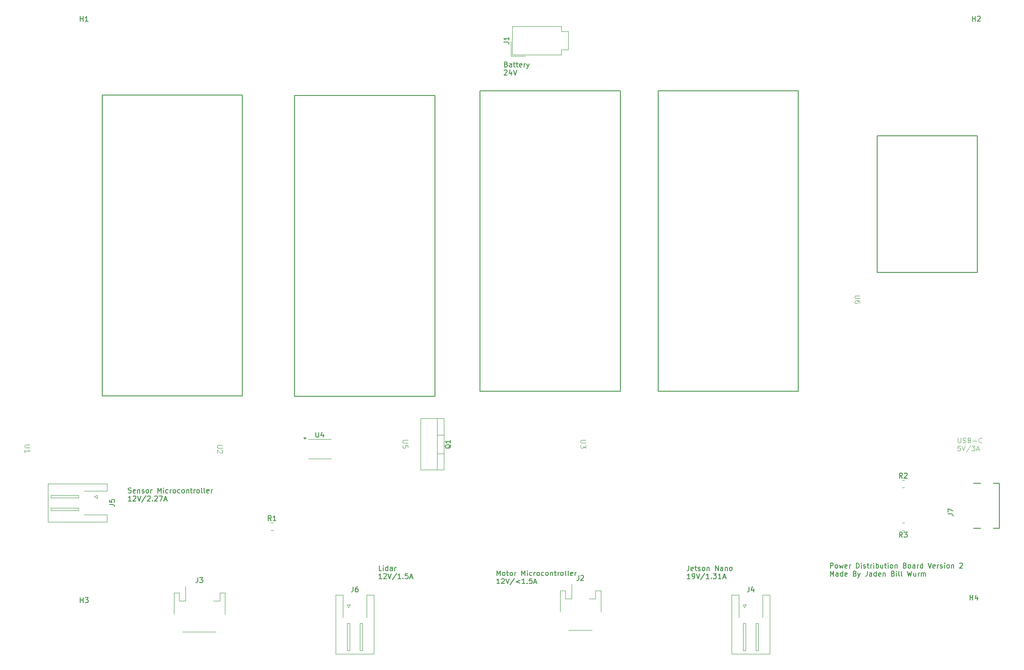
<source format=gbr>
%TF.GenerationSoftware,KiCad,Pcbnew,9.0.2*%
%TF.CreationDate,2026-02-24T05:03:32-05:00*%
%TF.ProjectId,PowerDistro_New,506f7765-7244-4697-9374-726f5f4e6577,rev?*%
%TF.SameCoordinates,Original*%
%TF.FileFunction,Legend,Top*%
%TF.FilePolarity,Positive*%
%FSLAX46Y46*%
G04 Gerber Fmt 4.6, Leading zero omitted, Abs format (unit mm)*
G04 Created by KiCad (PCBNEW 9.0.2) date 2026-02-24 05:03:32*
%MOMM*%
%LPD*%
G01*
G04 APERTURE LIST*
%ADD10C,0.200000*%
%ADD11C,0.100000*%
%ADD12C,0.150000*%
%ADD13C,0.120000*%
%ADD14C,0.127000*%
G04 APERTURE END LIST*
D10*
X24822054Y-106709656D02*
X24964911Y-106757275D01*
X24964911Y-106757275D02*
X25203006Y-106757275D01*
X25203006Y-106757275D02*
X25298244Y-106709656D01*
X25298244Y-106709656D02*
X25345863Y-106662036D01*
X25345863Y-106662036D02*
X25393482Y-106566798D01*
X25393482Y-106566798D02*
X25393482Y-106471560D01*
X25393482Y-106471560D02*
X25345863Y-106376322D01*
X25345863Y-106376322D02*
X25298244Y-106328703D01*
X25298244Y-106328703D02*
X25203006Y-106281084D01*
X25203006Y-106281084D02*
X25012530Y-106233465D01*
X25012530Y-106233465D02*
X24917292Y-106185846D01*
X24917292Y-106185846D02*
X24869673Y-106138227D01*
X24869673Y-106138227D02*
X24822054Y-106042989D01*
X24822054Y-106042989D02*
X24822054Y-105947751D01*
X24822054Y-105947751D02*
X24869673Y-105852513D01*
X24869673Y-105852513D02*
X24917292Y-105804894D01*
X24917292Y-105804894D02*
X25012530Y-105757275D01*
X25012530Y-105757275D02*
X25250625Y-105757275D01*
X25250625Y-105757275D02*
X25393482Y-105804894D01*
X26203006Y-106709656D02*
X26107768Y-106757275D01*
X26107768Y-106757275D02*
X25917292Y-106757275D01*
X25917292Y-106757275D02*
X25822054Y-106709656D01*
X25822054Y-106709656D02*
X25774435Y-106614417D01*
X25774435Y-106614417D02*
X25774435Y-106233465D01*
X25774435Y-106233465D02*
X25822054Y-106138227D01*
X25822054Y-106138227D02*
X25917292Y-106090608D01*
X25917292Y-106090608D02*
X26107768Y-106090608D01*
X26107768Y-106090608D02*
X26203006Y-106138227D01*
X26203006Y-106138227D02*
X26250625Y-106233465D01*
X26250625Y-106233465D02*
X26250625Y-106328703D01*
X26250625Y-106328703D02*
X25774435Y-106423941D01*
X26679197Y-106090608D02*
X26679197Y-106757275D01*
X26679197Y-106185846D02*
X26726816Y-106138227D01*
X26726816Y-106138227D02*
X26822054Y-106090608D01*
X26822054Y-106090608D02*
X26964911Y-106090608D01*
X26964911Y-106090608D02*
X27060149Y-106138227D01*
X27060149Y-106138227D02*
X27107768Y-106233465D01*
X27107768Y-106233465D02*
X27107768Y-106757275D01*
X27536340Y-106709656D02*
X27631578Y-106757275D01*
X27631578Y-106757275D02*
X27822054Y-106757275D01*
X27822054Y-106757275D02*
X27917292Y-106709656D01*
X27917292Y-106709656D02*
X27964911Y-106614417D01*
X27964911Y-106614417D02*
X27964911Y-106566798D01*
X27964911Y-106566798D02*
X27917292Y-106471560D01*
X27917292Y-106471560D02*
X27822054Y-106423941D01*
X27822054Y-106423941D02*
X27679197Y-106423941D01*
X27679197Y-106423941D02*
X27583959Y-106376322D01*
X27583959Y-106376322D02*
X27536340Y-106281084D01*
X27536340Y-106281084D02*
X27536340Y-106233465D01*
X27536340Y-106233465D02*
X27583959Y-106138227D01*
X27583959Y-106138227D02*
X27679197Y-106090608D01*
X27679197Y-106090608D02*
X27822054Y-106090608D01*
X27822054Y-106090608D02*
X27917292Y-106138227D01*
X28536340Y-106757275D02*
X28441102Y-106709656D01*
X28441102Y-106709656D02*
X28393483Y-106662036D01*
X28393483Y-106662036D02*
X28345864Y-106566798D01*
X28345864Y-106566798D02*
X28345864Y-106281084D01*
X28345864Y-106281084D02*
X28393483Y-106185846D01*
X28393483Y-106185846D02*
X28441102Y-106138227D01*
X28441102Y-106138227D02*
X28536340Y-106090608D01*
X28536340Y-106090608D02*
X28679197Y-106090608D01*
X28679197Y-106090608D02*
X28774435Y-106138227D01*
X28774435Y-106138227D02*
X28822054Y-106185846D01*
X28822054Y-106185846D02*
X28869673Y-106281084D01*
X28869673Y-106281084D02*
X28869673Y-106566798D01*
X28869673Y-106566798D02*
X28822054Y-106662036D01*
X28822054Y-106662036D02*
X28774435Y-106709656D01*
X28774435Y-106709656D02*
X28679197Y-106757275D01*
X28679197Y-106757275D02*
X28536340Y-106757275D01*
X29298245Y-106757275D02*
X29298245Y-106090608D01*
X29298245Y-106281084D02*
X29345864Y-106185846D01*
X29345864Y-106185846D02*
X29393483Y-106138227D01*
X29393483Y-106138227D02*
X29488721Y-106090608D01*
X29488721Y-106090608D02*
X29583959Y-106090608D01*
X30679198Y-106757275D02*
X30679198Y-105757275D01*
X30679198Y-105757275D02*
X31012531Y-106471560D01*
X31012531Y-106471560D02*
X31345864Y-105757275D01*
X31345864Y-105757275D02*
X31345864Y-106757275D01*
X31822055Y-106757275D02*
X31822055Y-106090608D01*
X31822055Y-105757275D02*
X31774436Y-105804894D01*
X31774436Y-105804894D02*
X31822055Y-105852513D01*
X31822055Y-105852513D02*
X31869674Y-105804894D01*
X31869674Y-105804894D02*
X31822055Y-105757275D01*
X31822055Y-105757275D02*
X31822055Y-105852513D01*
X32726816Y-106709656D02*
X32631578Y-106757275D01*
X32631578Y-106757275D02*
X32441102Y-106757275D01*
X32441102Y-106757275D02*
X32345864Y-106709656D01*
X32345864Y-106709656D02*
X32298245Y-106662036D01*
X32298245Y-106662036D02*
X32250626Y-106566798D01*
X32250626Y-106566798D02*
X32250626Y-106281084D01*
X32250626Y-106281084D02*
X32298245Y-106185846D01*
X32298245Y-106185846D02*
X32345864Y-106138227D01*
X32345864Y-106138227D02*
X32441102Y-106090608D01*
X32441102Y-106090608D02*
X32631578Y-106090608D01*
X32631578Y-106090608D02*
X32726816Y-106138227D01*
X33155388Y-106757275D02*
X33155388Y-106090608D01*
X33155388Y-106281084D02*
X33203007Y-106185846D01*
X33203007Y-106185846D02*
X33250626Y-106138227D01*
X33250626Y-106138227D02*
X33345864Y-106090608D01*
X33345864Y-106090608D02*
X33441102Y-106090608D01*
X33917293Y-106757275D02*
X33822055Y-106709656D01*
X33822055Y-106709656D02*
X33774436Y-106662036D01*
X33774436Y-106662036D02*
X33726817Y-106566798D01*
X33726817Y-106566798D02*
X33726817Y-106281084D01*
X33726817Y-106281084D02*
X33774436Y-106185846D01*
X33774436Y-106185846D02*
X33822055Y-106138227D01*
X33822055Y-106138227D02*
X33917293Y-106090608D01*
X33917293Y-106090608D02*
X34060150Y-106090608D01*
X34060150Y-106090608D02*
X34155388Y-106138227D01*
X34155388Y-106138227D02*
X34203007Y-106185846D01*
X34203007Y-106185846D02*
X34250626Y-106281084D01*
X34250626Y-106281084D02*
X34250626Y-106566798D01*
X34250626Y-106566798D02*
X34203007Y-106662036D01*
X34203007Y-106662036D02*
X34155388Y-106709656D01*
X34155388Y-106709656D02*
X34060150Y-106757275D01*
X34060150Y-106757275D02*
X33917293Y-106757275D01*
X35107769Y-106709656D02*
X35012531Y-106757275D01*
X35012531Y-106757275D02*
X34822055Y-106757275D01*
X34822055Y-106757275D02*
X34726817Y-106709656D01*
X34726817Y-106709656D02*
X34679198Y-106662036D01*
X34679198Y-106662036D02*
X34631579Y-106566798D01*
X34631579Y-106566798D02*
X34631579Y-106281084D01*
X34631579Y-106281084D02*
X34679198Y-106185846D01*
X34679198Y-106185846D02*
X34726817Y-106138227D01*
X34726817Y-106138227D02*
X34822055Y-106090608D01*
X34822055Y-106090608D02*
X35012531Y-106090608D01*
X35012531Y-106090608D02*
X35107769Y-106138227D01*
X35679198Y-106757275D02*
X35583960Y-106709656D01*
X35583960Y-106709656D02*
X35536341Y-106662036D01*
X35536341Y-106662036D02*
X35488722Y-106566798D01*
X35488722Y-106566798D02*
X35488722Y-106281084D01*
X35488722Y-106281084D02*
X35536341Y-106185846D01*
X35536341Y-106185846D02*
X35583960Y-106138227D01*
X35583960Y-106138227D02*
X35679198Y-106090608D01*
X35679198Y-106090608D02*
X35822055Y-106090608D01*
X35822055Y-106090608D02*
X35917293Y-106138227D01*
X35917293Y-106138227D02*
X35964912Y-106185846D01*
X35964912Y-106185846D02*
X36012531Y-106281084D01*
X36012531Y-106281084D02*
X36012531Y-106566798D01*
X36012531Y-106566798D02*
X35964912Y-106662036D01*
X35964912Y-106662036D02*
X35917293Y-106709656D01*
X35917293Y-106709656D02*
X35822055Y-106757275D01*
X35822055Y-106757275D02*
X35679198Y-106757275D01*
X36441103Y-106090608D02*
X36441103Y-106757275D01*
X36441103Y-106185846D02*
X36488722Y-106138227D01*
X36488722Y-106138227D02*
X36583960Y-106090608D01*
X36583960Y-106090608D02*
X36726817Y-106090608D01*
X36726817Y-106090608D02*
X36822055Y-106138227D01*
X36822055Y-106138227D02*
X36869674Y-106233465D01*
X36869674Y-106233465D02*
X36869674Y-106757275D01*
X37203008Y-106090608D02*
X37583960Y-106090608D01*
X37345865Y-105757275D02*
X37345865Y-106614417D01*
X37345865Y-106614417D02*
X37393484Y-106709656D01*
X37393484Y-106709656D02*
X37488722Y-106757275D01*
X37488722Y-106757275D02*
X37583960Y-106757275D01*
X37917294Y-106757275D02*
X37917294Y-106090608D01*
X37917294Y-106281084D02*
X37964913Y-106185846D01*
X37964913Y-106185846D02*
X38012532Y-106138227D01*
X38012532Y-106138227D02*
X38107770Y-106090608D01*
X38107770Y-106090608D02*
X38203008Y-106090608D01*
X38679199Y-106757275D02*
X38583961Y-106709656D01*
X38583961Y-106709656D02*
X38536342Y-106662036D01*
X38536342Y-106662036D02*
X38488723Y-106566798D01*
X38488723Y-106566798D02*
X38488723Y-106281084D01*
X38488723Y-106281084D02*
X38536342Y-106185846D01*
X38536342Y-106185846D02*
X38583961Y-106138227D01*
X38583961Y-106138227D02*
X38679199Y-106090608D01*
X38679199Y-106090608D02*
X38822056Y-106090608D01*
X38822056Y-106090608D02*
X38917294Y-106138227D01*
X38917294Y-106138227D02*
X38964913Y-106185846D01*
X38964913Y-106185846D02*
X39012532Y-106281084D01*
X39012532Y-106281084D02*
X39012532Y-106566798D01*
X39012532Y-106566798D02*
X38964913Y-106662036D01*
X38964913Y-106662036D02*
X38917294Y-106709656D01*
X38917294Y-106709656D02*
X38822056Y-106757275D01*
X38822056Y-106757275D02*
X38679199Y-106757275D01*
X39583961Y-106757275D02*
X39488723Y-106709656D01*
X39488723Y-106709656D02*
X39441104Y-106614417D01*
X39441104Y-106614417D02*
X39441104Y-105757275D01*
X40107771Y-106757275D02*
X40012533Y-106709656D01*
X40012533Y-106709656D02*
X39964914Y-106614417D01*
X39964914Y-106614417D02*
X39964914Y-105757275D01*
X40869676Y-106709656D02*
X40774438Y-106757275D01*
X40774438Y-106757275D02*
X40583962Y-106757275D01*
X40583962Y-106757275D02*
X40488724Y-106709656D01*
X40488724Y-106709656D02*
X40441105Y-106614417D01*
X40441105Y-106614417D02*
X40441105Y-106233465D01*
X40441105Y-106233465D02*
X40488724Y-106138227D01*
X40488724Y-106138227D02*
X40583962Y-106090608D01*
X40583962Y-106090608D02*
X40774438Y-106090608D01*
X40774438Y-106090608D02*
X40869676Y-106138227D01*
X40869676Y-106138227D02*
X40917295Y-106233465D01*
X40917295Y-106233465D02*
X40917295Y-106328703D01*
X40917295Y-106328703D02*
X40441105Y-106423941D01*
X41345867Y-106757275D02*
X41345867Y-106090608D01*
X41345867Y-106281084D02*
X41393486Y-106185846D01*
X41393486Y-106185846D02*
X41441105Y-106138227D01*
X41441105Y-106138227D02*
X41536343Y-106090608D01*
X41536343Y-106090608D02*
X41631581Y-106090608D01*
X25393482Y-108367219D02*
X24822054Y-108367219D01*
X25107768Y-108367219D02*
X25107768Y-107367219D01*
X25107768Y-107367219D02*
X25012530Y-107510076D01*
X25012530Y-107510076D02*
X24917292Y-107605314D01*
X24917292Y-107605314D02*
X24822054Y-107652933D01*
X25774435Y-107462457D02*
X25822054Y-107414838D01*
X25822054Y-107414838D02*
X25917292Y-107367219D01*
X25917292Y-107367219D02*
X26155387Y-107367219D01*
X26155387Y-107367219D02*
X26250625Y-107414838D01*
X26250625Y-107414838D02*
X26298244Y-107462457D01*
X26298244Y-107462457D02*
X26345863Y-107557695D01*
X26345863Y-107557695D02*
X26345863Y-107652933D01*
X26345863Y-107652933D02*
X26298244Y-107795790D01*
X26298244Y-107795790D02*
X25726816Y-108367219D01*
X25726816Y-108367219D02*
X26345863Y-108367219D01*
X26631578Y-107367219D02*
X26964911Y-108367219D01*
X26964911Y-108367219D02*
X27298244Y-107367219D01*
X28345863Y-107319600D02*
X27488721Y-108605314D01*
X28631578Y-107462457D02*
X28679197Y-107414838D01*
X28679197Y-107414838D02*
X28774435Y-107367219D01*
X28774435Y-107367219D02*
X29012530Y-107367219D01*
X29012530Y-107367219D02*
X29107768Y-107414838D01*
X29107768Y-107414838D02*
X29155387Y-107462457D01*
X29155387Y-107462457D02*
X29203006Y-107557695D01*
X29203006Y-107557695D02*
X29203006Y-107652933D01*
X29203006Y-107652933D02*
X29155387Y-107795790D01*
X29155387Y-107795790D02*
X28583959Y-108367219D01*
X28583959Y-108367219D02*
X29203006Y-108367219D01*
X29631578Y-108271980D02*
X29679197Y-108319600D01*
X29679197Y-108319600D02*
X29631578Y-108367219D01*
X29631578Y-108367219D02*
X29583959Y-108319600D01*
X29583959Y-108319600D02*
X29631578Y-108271980D01*
X29631578Y-108271980D02*
X29631578Y-108367219D01*
X30060149Y-107462457D02*
X30107768Y-107414838D01*
X30107768Y-107414838D02*
X30203006Y-107367219D01*
X30203006Y-107367219D02*
X30441101Y-107367219D01*
X30441101Y-107367219D02*
X30536339Y-107414838D01*
X30536339Y-107414838D02*
X30583958Y-107462457D01*
X30583958Y-107462457D02*
X30631577Y-107557695D01*
X30631577Y-107557695D02*
X30631577Y-107652933D01*
X30631577Y-107652933D02*
X30583958Y-107795790D01*
X30583958Y-107795790D02*
X30012530Y-108367219D01*
X30012530Y-108367219D02*
X30631577Y-108367219D01*
X30964911Y-107367219D02*
X31631577Y-107367219D01*
X31631577Y-107367219D02*
X31203006Y-108367219D01*
X31964911Y-108081504D02*
X32441101Y-108081504D01*
X31869673Y-108367219D02*
X32203006Y-107367219D01*
X32203006Y-107367219D02*
X32536339Y-108367219D01*
X164869673Y-121757275D02*
X164869673Y-120757275D01*
X164869673Y-120757275D02*
X165250625Y-120757275D01*
X165250625Y-120757275D02*
X165345863Y-120804894D01*
X165345863Y-120804894D02*
X165393482Y-120852513D01*
X165393482Y-120852513D02*
X165441101Y-120947751D01*
X165441101Y-120947751D02*
X165441101Y-121090608D01*
X165441101Y-121090608D02*
X165393482Y-121185846D01*
X165393482Y-121185846D02*
X165345863Y-121233465D01*
X165345863Y-121233465D02*
X165250625Y-121281084D01*
X165250625Y-121281084D02*
X164869673Y-121281084D01*
X166012530Y-121757275D02*
X165917292Y-121709656D01*
X165917292Y-121709656D02*
X165869673Y-121662036D01*
X165869673Y-121662036D02*
X165822054Y-121566798D01*
X165822054Y-121566798D02*
X165822054Y-121281084D01*
X165822054Y-121281084D02*
X165869673Y-121185846D01*
X165869673Y-121185846D02*
X165917292Y-121138227D01*
X165917292Y-121138227D02*
X166012530Y-121090608D01*
X166012530Y-121090608D02*
X166155387Y-121090608D01*
X166155387Y-121090608D02*
X166250625Y-121138227D01*
X166250625Y-121138227D02*
X166298244Y-121185846D01*
X166298244Y-121185846D02*
X166345863Y-121281084D01*
X166345863Y-121281084D02*
X166345863Y-121566798D01*
X166345863Y-121566798D02*
X166298244Y-121662036D01*
X166298244Y-121662036D02*
X166250625Y-121709656D01*
X166250625Y-121709656D02*
X166155387Y-121757275D01*
X166155387Y-121757275D02*
X166012530Y-121757275D01*
X166679197Y-121090608D02*
X166869673Y-121757275D01*
X166869673Y-121757275D02*
X167060149Y-121281084D01*
X167060149Y-121281084D02*
X167250625Y-121757275D01*
X167250625Y-121757275D02*
X167441101Y-121090608D01*
X168203006Y-121709656D02*
X168107768Y-121757275D01*
X168107768Y-121757275D02*
X167917292Y-121757275D01*
X167917292Y-121757275D02*
X167822054Y-121709656D01*
X167822054Y-121709656D02*
X167774435Y-121614417D01*
X167774435Y-121614417D02*
X167774435Y-121233465D01*
X167774435Y-121233465D02*
X167822054Y-121138227D01*
X167822054Y-121138227D02*
X167917292Y-121090608D01*
X167917292Y-121090608D02*
X168107768Y-121090608D01*
X168107768Y-121090608D02*
X168203006Y-121138227D01*
X168203006Y-121138227D02*
X168250625Y-121233465D01*
X168250625Y-121233465D02*
X168250625Y-121328703D01*
X168250625Y-121328703D02*
X167774435Y-121423941D01*
X168679197Y-121757275D02*
X168679197Y-121090608D01*
X168679197Y-121281084D02*
X168726816Y-121185846D01*
X168726816Y-121185846D02*
X168774435Y-121138227D01*
X168774435Y-121138227D02*
X168869673Y-121090608D01*
X168869673Y-121090608D02*
X168964911Y-121090608D01*
X170060150Y-121757275D02*
X170060150Y-120757275D01*
X170060150Y-120757275D02*
X170298245Y-120757275D01*
X170298245Y-120757275D02*
X170441102Y-120804894D01*
X170441102Y-120804894D02*
X170536340Y-120900132D01*
X170536340Y-120900132D02*
X170583959Y-120995370D01*
X170583959Y-120995370D02*
X170631578Y-121185846D01*
X170631578Y-121185846D02*
X170631578Y-121328703D01*
X170631578Y-121328703D02*
X170583959Y-121519179D01*
X170583959Y-121519179D02*
X170536340Y-121614417D01*
X170536340Y-121614417D02*
X170441102Y-121709656D01*
X170441102Y-121709656D02*
X170298245Y-121757275D01*
X170298245Y-121757275D02*
X170060150Y-121757275D01*
X171060150Y-121757275D02*
X171060150Y-121090608D01*
X171060150Y-120757275D02*
X171012531Y-120804894D01*
X171012531Y-120804894D02*
X171060150Y-120852513D01*
X171060150Y-120852513D02*
X171107769Y-120804894D01*
X171107769Y-120804894D02*
X171060150Y-120757275D01*
X171060150Y-120757275D02*
X171060150Y-120852513D01*
X171488721Y-121709656D02*
X171583959Y-121757275D01*
X171583959Y-121757275D02*
X171774435Y-121757275D01*
X171774435Y-121757275D02*
X171869673Y-121709656D01*
X171869673Y-121709656D02*
X171917292Y-121614417D01*
X171917292Y-121614417D02*
X171917292Y-121566798D01*
X171917292Y-121566798D02*
X171869673Y-121471560D01*
X171869673Y-121471560D02*
X171774435Y-121423941D01*
X171774435Y-121423941D02*
X171631578Y-121423941D01*
X171631578Y-121423941D02*
X171536340Y-121376322D01*
X171536340Y-121376322D02*
X171488721Y-121281084D01*
X171488721Y-121281084D02*
X171488721Y-121233465D01*
X171488721Y-121233465D02*
X171536340Y-121138227D01*
X171536340Y-121138227D02*
X171631578Y-121090608D01*
X171631578Y-121090608D02*
X171774435Y-121090608D01*
X171774435Y-121090608D02*
X171869673Y-121138227D01*
X172203007Y-121090608D02*
X172583959Y-121090608D01*
X172345864Y-120757275D02*
X172345864Y-121614417D01*
X172345864Y-121614417D02*
X172393483Y-121709656D01*
X172393483Y-121709656D02*
X172488721Y-121757275D01*
X172488721Y-121757275D02*
X172583959Y-121757275D01*
X172917293Y-121757275D02*
X172917293Y-121090608D01*
X172917293Y-121281084D02*
X172964912Y-121185846D01*
X172964912Y-121185846D02*
X173012531Y-121138227D01*
X173012531Y-121138227D02*
X173107769Y-121090608D01*
X173107769Y-121090608D02*
X173203007Y-121090608D01*
X173536341Y-121757275D02*
X173536341Y-121090608D01*
X173536341Y-120757275D02*
X173488722Y-120804894D01*
X173488722Y-120804894D02*
X173536341Y-120852513D01*
X173536341Y-120852513D02*
X173583960Y-120804894D01*
X173583960Y-120804894D02*
X173536341Y-120757275D01*
X173536341Y-120757275D02*
X173536341Y-120852513D01*
X174012531Y-121757275D02*
X174012531Y-120757275D01*
X174012531Y-121138227D02*
X174107769Y-121090608D01*
X174107769Y-121090608D02*
X174298245Y-121090608D01*
X174298245Y-121090608D02*
X174393483Y-121138227D01*
X174393483Y-121138227D02*
X174441102Y-121185846D01*
X174441102Y-121185846D02*
X174488721Y-121281084D01*
X174488721Y-121281084D02*
X174488721Y-121566798D01*
X174488721Y-121566798D02*
X174441102Y-121662036D01*
X174441102Y-121662036D02*
X174393483Y-121709656D01*
X174393483Y-121709656D02*
X174298245Y-121757275D01*
X174298245Y-121757275D02*
X174107769Y-121757275D01*
X174107769Y-121757275D02*
X174012531Y-121709656D01*
X175345864Y-121090608D02*
X175345864Y-121757275D01*
X174917293Y-121090608D02*
X174917293Y-121614417D01*
X174917293Y-121614417D02*
X174964912Y-121709656D01*
X174964912Y-121709656D02*
X175060150Y-121757275D01*
X175060150Y-121757275D02*
X175203007Y-121757275D01*
X175203007Y-121757275D02*
X175298245Y-121709656D01*
X175298245Y-121709656D02*
X175345864Y-121662036D01*
X175679198Y-121090608D02*
X176060150Y-121090608D01*
X175822055Y-120757275D02*
X175822055Y-121614417D01*
X175822055Y-121614417D02*
X175869674Y-121709656D01*
X175869674Y-121709656D02*
X175964912Y-121757275D01*
X175964912Y-121757275D02*
X176060150Y-121757275D01*
X176393484Y-121757275D02*
X176393484Y-121090608D01*
X176393484Y-120757275D02*
X176345865Y-120804894D01*
X176345865Y-120804894D02*
X176393484Y-120852513D01*
X176393484Y-120852513D02*
X176441103Y-120804894D01*
X176441103Y-120804894D02*
X176393484Y-120757275D01*
X176393484Y-120757275D02*
X176393484Y-120852513D01*
X177012531Y-121757275D02*
X176917293Y-121709656D01*
X176917293Y-121709656D02*
X176869674Y-121662036D01*
X176869674Y-121662036D02*
X176822055Y-121566798D01*
X176822055Y-121566798D02*
X176822055Y-121281084D01*
X176822055Y-121281084D02*
X176869674Y-121185846D01*
X176869674Y-121185846D02*
X176917293Y-121138227D01*
X176917293Y-121138227D02*
X177012531Y-121090608D01*
X177012531Y-121090608D02*
X177155388Y-121090608D01*
X177155388Y-121090608D02*
X177250626Y-121138227D01*
X177250626Y-121138227D02*
X177298245Y-121185846D01*
X177298245Y-121185846D02*
X177345864Y-121281084D01*
X177345864Y-121281084D02*
X177345864Y-121566798D01*
X177345864Y-121566798D02*
X177298245Y-121662036D01*
X177298245Y-121662036D02*
X177250626Y-121709656D01*
X177250626Y-121709656D02*
X177155388Y-121757275D01*
X177155388Y-121757275D02*
X177012531Y-121757275D01*
X177774436Y-121090608D02*
X177774436Y-121757275D01*
X177774436Y-121185846D02*
X177822055Y-121138227D01*
X177822055Y-121138227D02*
X177917293Y-121090608D01*
X177917293Y-121090608D02*
X178060150Y-121090608D01*
X178060150Y-121090608D02*
X178155388Y-121138227D01*
X178155388Y-121138227D02*
X178203007Y-121233465D01*
X178203007Y-121233465D02*
X178203007Y-121757275D01*
X179774436Y-121233465D02*
X179917293Y-121281084D01*
X179917293Y-121281084D02*
X179964912Y-121328703D01*
X179964912Y-121328703D02*
X180012531Y-121423941D01*
X180012531Y-121423941D02*
X180012531Y-121566798D01*
X180012531Y-121566798D02*
X179964912Y-121662036D01*
X179964912Y-121662036D02*
X179917293Y-121709656D01*
X179917293Y-121709656D02*
X179822055Y-121757275D01*
X179822055Y-121757275D02*
X179441103Y-121757275D01*
X179441103Y-121757275D02*
X179441103Y-120757275D01*
X179441103Y-120757275D02*
X179774436Y-120757275D01*
X179774436Y-120757275D02*
X179869674Y-120804894D01*
X179869674Y-120804894D02*
X179917293Y-120852513D01*
X179917293Y-120852513D02*
X179964912Y-120947751D01*
X179964912Y-120947751D02*
X179964912Y-121042989D01*
X179964912Y-121042989D02*
X179917293Y-121138227D01*
X179917293Y-121138227D02*
X179869674Y-121185846D01*
X179869674Y-121185846D02*
X179774436Y-121233465D01*
X179774436Y-121233465D02*
X179441103Y-121233465D01*
X180583960Y-121757275D02*
X180488722Y-121709656D01*
X180488722Y-121709656D02*
X180441103Y-121662036D01*
X180441103Y-121662036D02*
X180393484Y-121566798D01*
X180393484Y-121566798D02*
X180393484Y-121281084D01*
X180393484Y-121281084D02*
X180441103Y-121185846D01*
X180441103Y-121185846D02*
X180488722Y-121138227D01*
X180488722Y-121138227D02*
X180583960Y-121090608D01*
X180583960Y-121090608D02*
X180726817Y-121090608D01*
X180726817Y-121090608D02*
X180822055Y-121138227D01*
X180822055Y-121138227D02*
X180869674Y-121185846D01*
X180869674Y-121185846D02*
X180917293Y-121281084D01*
X180917293Y-121281084D02*
X180917293Y-121566798D01*
X180917293Y-121566798D02*
X180869674Y-121662036D01*
X180869674Y-121662036D02*
X180822055Y-121709656D01*
X180822055Y-121709656D02*
X180726817Y-121757275D01*
X180726817Y-121757275D02*
X180583960Y-121757275D01*
X181774436Y-121757275D02*
X181774436Y-121233465D01*
X181774436Y-121233465D02*
X181726817Y-121138227D01*
X181726817Y-121138227D02*
X181631579Y-121090608D01*
X181631579Y-121090608D02*
X181441103Y-121090608D01*
X181441103Y-121090608D02*
X181345865Y-121138227D01*
X181774436Y-121709656D02*
X181679198Y-121757275D01*
X181679198Y-121757275D02*
X181441103Y-121757275D01*
X181441103Y-121757275D02*
X181345865Y-121709656D01*
X181345865Y-121709656D02*
X181298246Y-121614417D01*
X181298246Y-121614417D02*
X181298246Y-121519179D01*
X181298246Y-121519179D02*
X181345865Y-121423941D01*
X181345865Y-121423941D02*
X181441103Y-121376322D01*
X181441103Y-121376322D02*
X181679198Y-121376322D01*
X181679198Y-121376322D02*
X181774436Y-121328703D01*
X182250627Y-121757275D02*
X182250627Y-121090608D01*
X182250627Y-121281084D02*
X182298246Y-121185846D01*
X182298246Y-121185846D02*
X182345865Y-121138227D01*
X182345865Y-121138227D02*
X182441103Y-121090608D01*
X182441103Y-121090608D02*
X182536341Y-121090608D01*
X183298246Y-121757275D02*
X183298246Y-120757275D01*
X183298246Y-121709656D02*
X183203008Y-121757275D01*
X183203008Y-121757275D02*
X183012532Y-121757275D01*
X183012532Y-121757275D02*
X182917294Y-121709656D01*
X182917294Y-121709656D02*
X182869675Y-121662036D01*
X182869675Y-121662036D02*
X182822056Y-121566798D01*
X182822056Y-121566798D02*
X182822056Y-121281084D01*
X182822056Y-121281084D02*
X182869675Y-121185846D01*
X182869675Y-121185846D02*
X182917294Y-121138227D01*
X182917294Y-121138227D02*
X183012532Y-121090608D01*
X183012532Y-121090608D02*
X183203008Y-121090608D01*
X183203008Y-121090608D02*
X183298246Y-121138227D01*
X184393485Y-120757275D02*
X184726818Y-121757275D01*
X184726818Y-121757275D02*
X185060151Y-120757275D01*
X185774437Y-121709656D02*
X185679199Y-121757275D01*
X185679199Y-121757275D02*
X185488723Y-121757275D01*
X185488723Y-121757275D02*
X185393485Y-121709656D01*
X185393485Y-121709656D02*
X185345866Y-121614417D01*
X185345866Y-121614417D02*
X185345866Y-121233465D01*
X185345866Y-121233465D02*
X185393485Y-121138227D01*
X185393485Y-121138227D02*
X185488723Y-121090608D01*
X185488723Y-121090608D02*
X185679199Y-121090608D01*
X185679199Y-121090608D02*
X185774437Y-121138227D01*
X185774437Y-121138227D02*
X185822056Y-121233465D01*
X185822056Y-121233465D02*
X185822056Y-121328703D01*
X185822056Y-121328703D02*
X185345866Y-121423941D01*
X186250628Y-121757275D02*
X186250628Y-121090608D01*
X186250628Y-121281084D02*
X186298247Y-121185846D01*
X186298247Y-121185846D02*
X186345866Y-121138227D01*
X186345866Y-121138227D02*
X186441104Y-121090608D01*
X186441104Y-121090608D02*
X186536342Y-121090608D01*
X186822057Y-121709656D02*
X186917295Y-121757275D01*
X186917295Y-121757275D02*
X187107771Y-121757275D01*
X187107771Y-121757275D02*
X187203009Y-121709656D01*
X187203009Y-121709656D02*
X187250628Y-121614417D01*
X187250628Y-121614417D02*
X187250628Y-121566798D01*
X187250628Y-121566798D02*
X187203009Y-121471560D01*
X187203009Y-121471560D02*
X187107771Y-121423941D01*
X187107771Y-121423941D02*
X186964914Y-121423941D01*
X186964914Y-121423941D02*
X186869676Y-121376322D01*
X186869676Y-121376322D02*
X186822057Y-121281084D01*
X186822057Y-121281084D02*
X186822057Y-121233465D01*
X186822057Y-121233465D02*
X186869676Y-121138227D01*
X186869676Y-121138227D02*
X186964914Y-121090608D01*
X186964914Y-121090608D02*
X187107771Y-121090608D01*
X187107771Y-121090608D02*
X187203009Y-121138227D01*
X187679200Y-121757275D02*
X187679200Y-121090608D01*
X187679200Y-120757275D02*
X187631581Y-120804894D01*
X187631581Y-120804894D02*
X187679200Y-120852513D01*
X187679200Y-120852513D02*
X187726819Y-120804894D01*
X187726819Y-120804894D02*
X187679200Y-120757275D01*
X187679200Y-120757275D02*
X187679200Y-120852513D01*
X188298247Y-121757275D02*
X188203009Y-121709656D01*
X188203009Y-121709656D02*
X188155390Y-121662036D01*
X188155390Y-121662036D02*
X188107771Y-121566798D01*
X188107771Y-121566798D02*
X188107771Y-121281084D01*
X188107771Y-121281084D02*
X188155390Y-121185846D01*
X188155390Y-121185846D02*
X188203009Y-121138227D01*
X188203009Y-121138227D02*
X188298247Y-121090608D01*
X188298247Y-121090608D02*
X188441104Y-121090608D01*
X188441104Y-121090608D02*
X188536342Y-121138227D01*
X188536342Y-121138227D02*
X188583961Y-121185846D01*
X188583961Y-121185846D02*
X188631580Y-121281084D01*
X188631580Y-121281084D02*
X188631580Y-121566798D01*
X188631580Y-121566798D02*
X188583961Y-121662036D01*
X188583961Y-121662036D02*
X188536342Y-121709656D01*
X188536342Y-121709656D02*
X188441104Y-121757275D01*
X188441104Y-121757275D02*
X188298247Y-121757275D01*
X189060152Y-121090608D02*
X189060152Y-121757275D01*
X189060152Y-121185846D02*
X189107771Y-121138227D01*
X189107771Y-121138227D02*
X189203009Y-121090608D01*
X189203009Y-121090608D02*
X189345866Y-121090608D01*
X189345866Y-121090608D02*
X189441104Y-121138227D01*
X189441104Y-121138227D02*
X189488723Y-121233465D01*
X189488723Y-121233465D02*
X189488723Y-121757275D01*
X190679200Y-120852513D02*
X190726819Y-120804894D01*
X190726819Y-120804894D02*
X190822057Y-120757275D01*
X190822057Y-120757275D02*
X191060152Y-120757275D01*
X191060152Y-120757275D02*
X191155390Y-120804894D01*
X191155390Y-120804894D02*
X191203009Y-120852513D01*
X191203009Y-120852513D02*
X191250628Y-120947751D01*
X191250628Y-120947751D02*
X191250628Y-121042989D01*
X191250628Y-121042989D02*
X191203009Y-121185846D01*
X191203009Y-121185846D02*
X190631581Y-121757275D01*
X190631581Y-121757275D02*
X191250628Y-121757275D01*
X164869673Y-123367219D02*
X164869673Y-122367219D01*
X164869673Y-122367219D02*
X165203006Y-123081504D01*
X165203006Y-123081504D02*
X165536339Y-122367219D01*
X165536339Y-122367219D02*
X165536339Y-123367219D01*
X166441101Y-123367219D02*
X166441101Y-122843409D01*
X166441101Y-122843409D02*
X166393482Y-122748171D01*
X166393482Y-122748171D02*
X166298244Y-122700552D01*
X166298244Y-122700552D02*
X166107768Y-122700552D01*
X166107768Y-122700552D02*
X166012530Y-122748171D01*
X166441101Y-123319600D02*
X166345863Y-123367219D01*
X166345863Y-123367219D02*
X166107768Y-123367219D01*
X166107768Y-123367219D02*
X166012530Y-123319600D01*
X166012530Y-123319600D02*
X165964911Y-123224361D01*
X165964911Y-123224361D02*
X165964911Y-123129123D01*
X165964911Y-123129123D02*
X166012530Y-123033885D01*
X166012530Y-123033885D02*
X166107768Y-122986266D01*
X166107768Y-122986266D02*
X166345863Y-122986266D01*
X166345863Y-122986266D02*
X166441101Y-122938647D01*
X167345863Y-123367219D02*
X167345863Y-122367219D01*
X167345863Y-123319600D02*
X167250625Y-123367219D01*
X167250625Y-123367219D02*
X167060149Y-123367219D01*
X167060149Y-123367219D02*
X166964911Y-123319600D01*
X166964911Y-123319600D02*
X166917292Y-123271980D01*
X166917292Y-123271980D02*
X166869673Y-123176742D01*
X166869673Y-123176742D02*
X166869673Y-122891028D01*
X166869673Y-122891028D02*
X166917292Y-122795790D01*
X166917292Y-122795790D02*
X166964911Y-122748171D01*
X166964911Y-122748171D02*
X167060149Y-122700552D01*
X167060149Y-122700552D02*
X167250625Y-122700552D01*
X167250625Y-122700552D02*
X167345863Y-122748171D01*
X168203006Y-123319600D02*
X168107768Y-123367219D01*
X168107768Y-123367219D02*
X167917292Y-123367219D01*
X167917292Y-123367219D02*
X167822054Y-123319600D01*
X167822054Y-123319600D02*
X167774435Y-123224361D01*
X167774435Y-123224361D02*
X167774435Y-122843409D01*
X167774435Y-122843409D02*
X167822054Y-122748171D01*
X167822054Y-122748171D02*
X167917292Y-122700552D01*
X167917292Y-122700552D02*
X168107768Y-122700552D01*
X168107768Y-122700552D02*
X168203006Y-122748171D01*
X168203006Y-122748171D02*
X168250625Y-122843409D01*
X168250625Y-122843409D02*
X168250625Y-122938647D01*
X168250625Y-122938647D02*
X167774435Y-123033885D01*
X169774435Y-122843409D02*
X169917292Y-122891028D01*
X169917292Y-122891028D02*
X169964911Y-122938647D01*
X169964911Y-122938647D02*
X170012530Y-123033885D01*
X170012530Y-123033885D02*
X170012530Y-123176742D01*
X170012530Y-123176742D02*
X169964911Y-123271980D01*
X169964911Y-123271980D02*
X169917292Y-123319600D01*
X169917292Y-123319600D02*
X169822054Y-123367219D01*
X169822054Y-123367219D02*
X169441102Y-123367219D01*
X169441102Y-123367219D02*
X169441102Y-122367219D01*
X169441102Y-122367219D02*
X169774435Y-122367219D01*
X169774435Y-122367219D02*
X169869673Y-122414838D01*
X169869673Y-122414838D02*
X169917292Y-122462457D01*
X169917292Y-122462457D02*
X169964911Y-122557695D01*
X169964911Y-122557695D02*
X169964911Y-122652933D01*
X169964911Y-122652933D02*
X169917292Y-122748171D01*
X169917292Y-122748171D02*
X169869673Y-122795790D01*
X169869673Y-122795790D02*
X169774435Y-122843409D01*
X169774435Y-122843409D02*
X169441102Y-122843409D01*
X170345864Y-122700552D02*
X170583959Y-123367219D01*
X170822054Y-122700552D02*
X170583959Y-123367219D01*
X170583959Y-123367219D02*
X170488721Y-123605314D01*
X170488721Y-123605314D02*
X170441102Y-123652933D01*
X170441102Y-123652933D02*
X170345864Y-123700552D01*
X172250626Y-122367219D02*
X172250626Y-123081504D01*
X172250626Y-123081504D02*
X172203007Y-123224361D01*
X172203007Y-123224361D02*
X172107769Y-123319600D01*
X172107769Y-123319600D02*
X171964912Y-123367219D01*
X171964912Y-123367219D02*
X171869674Y-123367219D01*
X173155388Y-123367219D02*
X173155388Y-122843409D01*
X173155388Y-122843409D02*
X173107769Y-122748171D01*
X173107769Y-122748171D02*
X173012531Y-122700552D01*
X173012531Y-122700552D02*
X172822055Y-122700552D01*
X172822055Y-122700552D02*
X172726817Y-122748171D01*
X173155388Y-123319600D02*
X173060150Y-123367219D01*
X173060150Y-123367219D02*
X172822055Y-123367219D01*
X172822055Y-123367219D02*
X172726817Y-123319600D01*
X172726817Y-123319600D02*
X172679198Y-123224361D01*
X172679198Y-123224361D02*
X172679198Y-123129123D01*
X172679198Y-123129123D02*
X172726817Y-123033885D01*
X172726817Y-123033885D02*
X172822055Y-122986266D01*
X172822055Y-122986266D02*
X173060150Y-122986266D01*
X173060150Y-122986266D02*
X173155388Y-122938647D01*
X174060150Y-123367219D02*
X174060150Y-122367219D01*
X174060150Y-123319600D02*
X173964912Y-123367219D01*
X173964912Y-123367219D02*
X173774436Y-123367219D01*
X173774436Y-123367219D02*
X173679198Y-123319600D01*
X173679198Y-123319600D02*
X173631579Y-123271980D01*
X173631579Y-123271980D02*
X173583960Y-123176742D01*
X173583960Y-123176742D02*
X173583960Y-122891028D01*
X173583960Y-122891028D02*
X173631579Y-122795790D01*
X173631579Y-122795790D02*
X173679198Y-122748171D01*
X173679198Y-122748171D02*
X173774436Y-122700552D01*
X173774436Y-122700552D02*
X173964912Y-122700552D01*
X173964912Y-122700552D02*
X174060150Y-122748171D01*
X174917293Y-123319600D02*
X174822055Y-123367219D01*
X174822055Y-123367219D02*
X174631579Y-123367219D01*
X174631579Y-123367219D02*
X174536341Y-123319600D01*
X174536341Y-123319600D02*
X174488722Y-123224361D01*
X174488722Y-123224361D02*
X174488722Y-122843409D01*
X174488722Y-122843409D02*
X174536341Y-122748171D01*
X174536341Y-122748171D02*
X174631579Y-122700552D01*
X174631579Y-122700552D02*
X174822055Y-122700552D01*
X174822055Y-122700552D02*
X174917293Y-122748171D01*
X174917293Y-122748171D02*
X174964912Y-122843409D01*
X174964912Y-122843409D02*
X174964912Y-122938647D01*
X174964912Y-122938647D02*
X174488722Y-123033885D01*
X175393484Y-122700552D02*
X175393484Y-123367219D01*
X175393484Y-122795790D02*
X175441103Y-122748171D01*
X175441103Y-122748171D02*
X175536341Y-122700552D01*
X175536341Y-122700552D02*
X175679198Y-122700552D01*
X175679198Y-122700552D02*
X175774436Y-122748171D01*
X175774436Y-122748171D02*
X175822055Y-122843409D01*
X175822055Y-122843409D02*
X175822055Y-123367219D01*
X177393484Y-122843409D02*
X177536341Y-122891028D01*
X177536341Y-122891028D02*
X177583960Y-122938647D01*
X177583960Y-122938647D02*
X177631579Y-123033885D01*
X177631579Y-123033885D02*
X177631579Y-123176742D01*
X177631579Y-123176742D02*
X177583960Y-123271980D01*
X177583960Y-123271980D02*
X177536341Y-123319600D01*
X177536341Y-123319600D02*
X177441103Y-123367219D01*
X177441103Y-123367219D02*
X177060151Y-123367219D01*
X177060151Y-123367219D02*
X177060151Y-122367219D01*
X177060151Y-122367219D02*
X177393484Y-122367219D01*
X177393484Y-122367219D02*
X177488722Y-122414838D01*
X177488722Y-122414838D02*
X177536341Y-122462457D01*
X177536341Y-122462457D02*
X177583960Y-122557695D01*
X177583960Y-122557695D02*
X177583960Y-122652933D01*
X177583960Y-122652933D02*
X177536341Y-122748171D01*
X177536341Y-122748171D02*
X177488722Y-122795790D01*
X177488722Y-122795790D02*
X177393484Y-122843409D01*
X177393484Y-122843409D02*
X177060151Y-122843409D01*
X178060151Y-123367219D02*
X178060151Y-122700552D01*
X178060151Y-122367219D02*
X178012532Y-122414838D01*
X178012532Y-122414838D02*
X178060151Y-122462457D01*
X178060151Y-122462457D02*
X178107770Y-122414838D01*
X178107770Y-122414838D02*
X178060151Y-122367219D01*
X178060151Y-122367219D02*
X178060151Y-122462457D01*
X178679198Y-123367219D02*
X178583960Y-123319600D01*
X178583960Y-123319600D02*
X178536341Y-123224361D01*
X178536341Y-123224361D02*
X178536341Y-122367219D01*
X179203008Y-123367219D02*
X179107770Y-123319600D01*
X179107770Y-123319600D02*
X179060151Y-123224361D01*
X179060151Y-123224361D02*
X179060151Y-122367219D01*
X180250628Y-122367219D02*
X180488723Y-123367219D01*
X180488723Y-123367219D02*
X180679199Y-122652933D01*
X180679199Y-122652933D02*
X180869675Y-123367219D01*
X180869675Y-123367219D02*
X181107771Y-122367219D01*
X181917294Y-122700552D02*
X181917294Y-123367219D01*
X181488723Y-122700552D02*
X181488723Y-123224361D01*
X181488723Y-123224361D02*
X181536342Y-123319600D01*
X181536342Y-123319600D02*
X181631580Y-123367219D01*
X181631580Y-123367219D02*
X181774437Y-123367219D01*
X181774437Y-123367219D02*
X181869675Y-123319600D01*
X181869675Y-123319600D02*
X181917294Y-123271980D01*
X182393485Y-123367219D02*
X182393485Y-122700552D01*
X182393485Y-122891028D02*
X182441104Y-122795790D01*
X182441104Y-122795790D02*
X182488723Y-122748171D01*
X182488723Y-122748171D02*
X182583961Y-122700552D01*
X182583961Y-122700552D02*
X182679199Y-122700552D01*
X183012533Y-123367219D02*
X183012533Y-122700552D01*
X183012533Y-122795790D02*
X183060152Y-122748171D01*
X183060152Y-122748171D02*
X183155390Y-122700552D01*
X183155390Y-122700552D02*
X183298247Y-122700552D01*
X183298247Y-122700552D02*
X183393485Y-122748171D01*
X183393485Y-122748171D02*
X183441104Y-122843409D01*
X183441104Y-122843409D02*
X183441104Y-123367219D01*
X183441104Y-122843409D02*
X183488723Y-122748171D01*
X183488723Y-122748171D02*
X183583961Y-122700552D01*
X183583961Y-122700552D02*
X183726818Y-122700552D01*
X183726818Y-122700552D02*
X183822057Y-122748171D01*
X183822057Y-122748171D02*
X183869676Y-122843409D01*
X183869676Y-122843409D02*
X183869676Y-123367219D01*
X136655387Y-121257275D02*
X136655387Y-121971560D01*
X136655387Y-121971560D02*
X136607768Y-122114417D01*
X136607768Y-122114417D02*
X136512530Y-122209656D01*
X136512530Y-122209656D02*
X136369673Y-122257275D01*
X136369673Y-122257275D02*
X136274435Y-122257275D01*
X137512530Y-122209656D02*
X137417292Y-122257275D01*
X137417292Y-122257275D02*
X137226816Y-122257275D01*
X137226816Y-122257275D02*
X137131578Y-122209656D01*
X137131578Y-122209656D02*
X137083959Y-122114417D01*
X137083959Y-122114417D02*
X137083959Y-121733465D01*
X137083959Y-121733465D02*
X137131578Y-121638227D01*
X137131578Y-121638227D02*
X137226816Y-121590608D01*
X137226816Y-121590608D02*
X137417292Y-121590608D01*
X137417292Y-121590608D02*
X137512530Y-121638227D01*
X137512530Y-121638227D02*
X137560149Y-121733465D01*
X137560149Y-121733465D02*
X137560149Y-121828703D01*
X137560149Y-121828703D02*
X137083959Y-121923941D01*
X137845864Y-121590608D02*
X138226816Y-121590608D01*
X137988721Y-121257275D02*
X137988721Y-122114417D01*
X137988721Y-122114417D02*
X138036340Y-122209656D01*
X138036340Y-122209656D02*
X138131578Y-122257275D01*
X138131578Y-122257275D02*
X138226816Y-122257275D01*
X138512531Y-122209656D02*
X138607769Y-122257275D01*
X138607769Y-122257275D02*
X138798245Y-122257275D01*
X138798245Y-122257275D02*
X138893483Y-122209656D01*
X138893483Y-122209656D02*
X138941102Y-122114417D01*
X138941102Y-122114417D02*
X138941102Y-122066798D01*
X138941102Y-122066798D02*
X138893483Y-121971560D01*
X138893483Y-121971560D02*
X138798245Y-121923941D01*
X138798245Y-121923941D02*
X138655388Y-121923941D01*
X138655388Y-121923941D02*
X138560150Y-121876322D01*
X138560150Y-121876322D02*
X138512531Y-121781084D01*
X138512531Y-121781084D02*
X138512531Y-121733465D01*
X138512531Y-121733465D02*
X138560150Y-121638227D01*
X138560150Y-121638227D02*
X138655388Y-121590608D01*
X138655388Y-121590608D02*
X138798245Y-121590608D01*
X138798245Y-121590608D02*
X138893483Y-121638227D01*
X139512531Y-122257275D02*
X139417293Y-122209656D01*
X139417293Y-122209656D02*
X139369674Y-122162036D01*
X139369674Y-122162036D02*
X139322055Y-122066798D01*
X139322055Y-122066798D02*
X139322055Y-121781084D01*
X139322055Y-121781084D02*
X139369674Y-121685846D01*
X139369674Y-121685846D02*
X139417293Y-121638227D01*
X139417293Y-121638227D02*
X139512531Y-121590608D01*
X139512531Y-121590608D02*
X139655388Y-121590608D01*
X139655388Y-121590608D02*
X139750626Y-121638227D01*
X139750626Y-121638227D02*
X139798245Y-121685846D01*
X139798245Y-121685846D02*
X139845864Y-121781084D01*
X139845864Y-121781084D02*
X139845864Y-122066798D01*
X139845864Y-122066798D02*
X139798245Y-122162036D01*
X139798245Y-122162036D02*
X139750626Y-122209656D01*
X139750626Y-122209656D02*
X139655388Y-122257275D01*
X139655388Y-122257275D02*
X139512531Y-122257275D01*
X140274436Y-121590608D02*
X140274436Y-122257275D01*
X140274436Y-121685846D02*
X140322055Y-121638227D01*
X140322055Y-121638227D02*
X140417293Y-121590608D01*
X140417293Y-121590608D02*
X140560150Y-121590608D01*
X140560150Y-121590608D02*
X140655388Y-121638227D01*
X140655388Y-121638227D02*
X140703007Y-121733465D01*
X140703007Y-121733465D02*
X140703007Y-122257275D01*
X141941103Y-122257275D02*
X141941103Y-121257275D01*
X141941103Y-121257275D02*
X142512531Y-122257275D01*
X142512531Y-122257275D02*
X142512531Y-121257275D01*
X143417293Y-122257275D02*
X143417293Y-121733465D01*
X143417293Y-121733465D02*
X143369674Y-121638227D01*
X143369674Y-121638227D02*
X143274436Y-121590608D01*
X143274436Y-121590608D02*
X143083960Y-121590608D01*
X143083960Y-121590608D02*
X142988722Y-121638227D01*
X143417293Y-122209656D02*
X143322055Y-122257275D01*
X143322055Y-122257275D02*
X143083960Y-122257275D01*
X143083960Y-122257275D02*
X142988722Y-122209656D01*
X142988722Y-122209656D02*
X142941103Y-122114417D01*
X142941103Y-122114417D02*
X142941103Y-122019179D01*
X142941103Y-122019179D02*
X142988722Y-121923941D01*
X142988722Y-121923941D02*
X143083960Y-121876322D01*
X143083960Y-121876322D02*
X143322055Y-121876322D01*
X143322055Y-121876322D02*
X143417293Y-121828703D01*
X143893484Y-121590608D02*
X143893484Y-122257275D01*
X143893484Y-121685846D02*
X143941103Y-121638227D01*
X143941103Y-121638227D02*
X144036341Y-121590608D01*
X144036341Y-121590608D02*
X144179198Y-121590608D01*
X144179198Y-121590608D02*
X144274436Y-121638227D01*
X144274436Y-121638227D02*
X144322055Y-121733465D01*
X144322055Y-121733465D02*
X144322055Y-122257275D01*
X144941103Y-122257275D02*
X144845865Y-122209656D01*
X144845865Y-122209656D02*
X144798246Y-122162036D01*
X144798246Y-122162036D02*
X144750627Y-122066798D01*
X144750627Y-122066798D02*
X144750627Y-121781084D01*
X144750627Y-121781084D02*
X144798246Y-121685846D01*
X144798246Y-121685846D02*
X144845865Y-121638227D01*
X144845865Y-121638227D02*
X144941103Y-121590608D01*
X144941103Y-121590608D02*
X145083960Y-121590608D01*
X145083960Y-121590608D02*
X145179198Y-121638227D01*
X145179198Y-121638227D02*
X145226817Y-121685846D01*
X145226817Y-121685846D02*
X145274436Y-121781084D01*
X145274436Y-121781084D02*
X145274436Y-122066798D01*
X145274436Y-122066798D02*
X145226817Y-122162036D01*
X145226817Y-122162036D02*
X145179198Y-122209656D01*
X145179198Y-122209656D02*
X145083960Y-122257275D01*
X145083960Y-122257275D02*
X144941103Y-122257275D01*
X136893482Y-123867219D02*
X136322054Y-123867219D01*
X136607768Y-123867219D02*
X136607768Y-122867219D01*
X136607768Y-122867219D02*
X136512530Y-123010076D01*
X136512530Y-123010076D02*
X136417292Y-123105314D01*
X136417292Y-123105314D02*
X136322054Y-123152933D01*
X137369673Y-123867219D02*
X137560149Y-123867219D01*
X137560149Y-123867219D02*
X137655387Y-123819600D01*
X137655387Y-123819600D02*
X137703006Y-123771980D01*
X137703006Y-123771980D02*
X137798244Y-123629123D01*
X137798244Y-123629123D02*
X137845863Y-123438647D01*
X137845863Y-123438647D02*
X137845863Y-123057695D01*
X137845863Y-123057695D02*
X137798244Y-122962457D01*
X137798244Y-122962457D02*
X137750625Y-122914838D01*
X137750625Y-122914838D02*
X137655387Y-122867219D01*
X137655387Y-122867219D02*
X137464911Y-122867219D01*
X137464911Y-122867219D02*
X137369673Y-122914838D01*
X137369673Y-122914838D02*
X137322054Y-122962457D01*
X137322054Y-122962457D02*
X137274435Y-123057695D01*
X137274435Y-123057695D02*
X137274435Y-123295790D01*
X137274435Y-123295790D02*
X137322054Y-123391028D01*
X137322054Y-123391028D02*
X137369673Y-123438647D01*
X137369673Y-123438647D02*
X137464911Y-123486266D01*
X137464911Y-123486266D02*
X137655387Y-123486266D01*
X137655387Y-123486266D02*
X137750625Y-123438647D01*
X137750625Y-123438647D02*
X137798244Y-123391028D01*
X137798244Y-123391028D02*
X137845863Y-123295790D01*
X138131578Y-122867219D02*
X138464911Y-123867219D01*
X138464911Y-123867219D02*
X138798244Y-122867219D01*
X139845863Y-122819600D02*
X138988721Y-124105314D01*
X140703006Y-123867219D02*
X140131578Y-123867219D01*
X140417292Y-123867219D02*
X140417292Y-122867219D01*
X140417292Y-122867219D02*
X140322054Y-123010076D01*
X140322054Y-123010076D02*
X140226816Y-123105314D01*
X140226816Y-123105314D02*
X140131578Y-123152933D01*
X141131578Y-123771980D02*
X141179197Y-123819600D01*
X141179197Y-123819600D02*
X141131578Y-123867219D01*
X141131578Y-123867219D02*
X141083959Y-123819600D01*
X141083959Y-123819600D02*
X141131578Y-123771980D01*
X141131578Y-123771980D02*
X141131578Y-123867219D01*
X141512530Y-122867219D02*
X142131577Y-122867219D01*
X142131577Y-122867219D02*
X141798244Y-123248171D01*
X141798244Y-123248171D02*
X141941101Y-123248171D01*
X141941101Y-123248171D02*
X142036339Y-123295790D01*
X142036339Y-123295790D02*
X142083958Y-123343409D01*
X142083958Y-123343409D02*
X142131577Y-123438647D01*
X142131577Y-123438647D02*
X142131577Y-123676742D01*
X142131577Y-123676742D02*
X142083958Y-123771980D01*
X142083958Y-123771980D02*
X142036339Y-123819600D01*
X142036339Y-123819600D02*
X141941101Y-123867219D01*
X141941101Y-123867219D02*
X141655387Y-123867219D01*
X141655387Y-123867219D02*
X141560149Y-123819600D01*
X141560149Y-123819600D02*
X141512530Y-123771980D01*
X143083958Y-123867219D02*
X142512530Y-123867219D01*
X142798244Y-123867219D02*
X142798244Y-122867219D01*
X142798244Y-122867219D02*
X142703006Y-123010076D01*
X142703006Y-123010076D02*
X142607768Y-123105314D01*
X142607768Y-123105314D02*
X142512530Y-123152933D01*
X143464911Y-123581504D02*
X143941101Y-123581504D01*
X143369673Y-123867219D02*
X143703006Y-122867219D01*
X143703006Y-122867219D02*
X144036339Y-123867219D01*
X100203006Y-21233465D02*
X100345863Y-21281084D01*
X100345863Y-21281084D02*
X100393482Y-21328703D01*
X100393482Y-21328703D02*
X100441101Y-21423941D01*
X100441101Y-21423941D02*
X100441101Y-21566798D01*
X100441101Y-21566798D02*
X100393482Y-21662036D01*
X100393482Y-21662036D02*
X100345863Y-21709656D01*
X100345863Y-21709656D02*
X100250625Y-21757275D01*
X100250625Y-21757275D02*
X99869673Y-21757275D01*
X99869673Y-21757275D02*
X99869673Y-20757275D01*
X99869673Y-20757275D02*
X100203006Y-20757275D01*
X100203006Y-20757275D02*
X100298244Y-20804894D01*
X100298244Y-20804894D02*
X100345863Y-20852513D01*
X100345863Y-20852513D02*
X100393482Y-20947751D01*
X100393482Y-20947751D02*
X100393482Y-21042989D01*
X100393482Y-21042989D02*
X100345863Y-21138227D01*
X100345863Y-21138227D02*
X100298244Y-21185846D01*
X100298244Y-21185846D02*
X100203006Y-21233465D01*
X100203006Y-21233465D02*
X99869673Y-21233465D01*
X101298244Y-21757275D02*
X101298244Y-21233465D01*
X101298244Y-21233465D02*
X101250625Y-21138227D01*
X101250625Y-21138227D02*
X101155387Y-21090608D01*
X101155387Y-21090608D02*
X100964911Y-21090608D01*
X100964911Y-21090608D02*
X100869673Y-21138227D01*
X101298244Y-21709656D02*
X101203006Y-21757275D01*
X101203006Y-21757275D02*
X100964911Y-21757275D01*
X100964911Y-21757275D02*
X100869673Y-21709656D01*
X100869673Y-21709656D02*
X100822054Y-21614417D01*
X100822054Y-21614417D02*
X100822054Y-21519179D01*
X100822054Y-21519179D02*
X100869673Y-21423941D01*
X100869673Y-21423941D02*
X100964911Y-21376322D01*
X100964911Y-21376322D02*
X101203006Y-21376322D01*
X101203006Y-21376322D02*
X101298244Y-21328703D01*
X101631578Y-21090608D02*
X102012530Y-21090608D01*
X101774435Y-20757275D02*
X101774435Y-21614417D01*
X101774435Y-21614417D02*
X101822054Y-21709656D01*
X101822054Y-21709656D02*
X101917292Y-21757275D01*
X101917292Y-21757275D02*
X102012530Y-21757275D01*
X102203007Y-21090608D02*
X102583959Y-21090608D01*
X102345864Y-20757275D02*
X102345864Y-21614417D01*
X102345864Y-21614417D02*
X102393483Y-21709656D01*
X102393483Y-21709656D02*
X102488721Y-21757275D01*
X102488721Y-21757275D02*
X102583959Y-21757275D01*
X103298245Y-21709656D02*
X103203007Y-21757275D01*
X103203007Y-21757275D02*
X103012531Y-21757275D01*
X103012531Y-21757275D02*
X102917293Y-21709656D01*
X102917293Y-21709656D02*
X102869674Y-21614417D01*
X102869674Y-21614417D02*
X102869674Y-21233465D01*
X102869674Y-21233465D02*
X102917293Y-21138227D01*
X102917293Y-21138227D02*
X103012531Y-21090608D01*
X103012531Y-21090608D02*
X103203007Y-21090608D01*
X103203007Y-21090608D02*
X103298245Y-21138227D01*
X103298245Y-21138227D02*
X103345864Y-21233465D01*
X103345864Y-21233465D02*
X103345864Y-21328703D01*
X103345864Y-21328703D02*
X102869674Y-21423941D01*
X103774436Y-21757275D02*
X103774436Y-21090608D01*
X103774436Y-21281084D02*
X103822055Y-21185846D01*
X103822055Y-21185846D02*
X103869674Y-21138227D01*
X103869674Y-21138227D02*
X103964912Y-21090608D01*
X103964912Y-21090608D02*
X104060150Y-21090608D01*
X104298246Y-21090608D02*
X104536341Y-21757275D01*
X104774436Y-21090608D02*
X104536341Y-21757275D01*
X104536341Y-21757275D02*
X104441103Y-21995370D01*
X104441103Y-21995370D02*
X104393484Y-22042989D01*
X104393484Y-22042989D02*
X104298246Y-22090608D01*
X99822054Y-22462457D02*
X99869673Y-22414838D01*
X99869673Y-22414838D02*
X99964911Y-22367219D01*
X99964911Y-22367219D02*
X100203006Y-22367219D01*
X100203006Y-22367219D02*
X100298244Y-22414838D01*
X100298244Y-22414838D02*
X100345863Y-22462457D01*
X100345863Y-22462457D02*
X100393482Y-22557695D01*
X100393482Y-22557695D02*
X100393482Y-22652933D01*
X100393482Y-22652933D02*
X100345863Y-22795790D01*
X100345863Y-22795790D02*
X99774435Y-23367219D01*
X99774435Y-23367219D02*
X100393482Y-23367219D01*
X101250625Y-22700552D02*
X101250625Y-23367219D01*
X101012530Y-22319600D02*
X100774435Y-23033885D01*
X100774435Y-23033885D02*
X101393482Y-23033885D01*
X101631578Y-22367219D02*
X101964911Y-23367219D01*
X101964911Y-23367219D02*
X102298244Y-22367219D01*
X98369673Y-123257275D02*
X98369673Y-122257275D01*
X98369673Y-122257275D02*
X98703006Y-122971560D01*
X98703006Y-122971560D02*
X99036339Y-122257275D01*
X99036339Y-122257275D02*
X99036339Y-123257275D01*
X99655387Y-123257275D02*
X99560149Y-123209656D01*
X99560149Y-123209656D02*
X99512530Y-123162036D01*
X99512530Y-123162036D02*
X99464911Y-123066798D01*
X99464911Y-123066798D02*
X99464911Y-122781084D01*
X99464911Y-122781084D02*
X99512530Y-122685846D01*
X99512530Y-122685846D02*
X99560149Y-122638227D01*
X99560149Y-122638227D02*
X99655387Y-122590608D01*
X99655387Y-122590608D02*
X99798244Y-122590608D01*
X99798244Y-122590608D02*
X99893482Y-122638227D01*
X99893482Y-122638227D02*
X99941101Y-122685846D01*
X99941101Y-122685846D02*
X99988720Y-122781084D01*
X99988720Y-122781084D02*
X99988720Y-123066798D01*
X99988720Y-123066798D02*
X99941101Y-123162036D01*
X99941101Y-123162036D02*
X99893482Y-123209656D01*
X99893482Y-123209656D02*
X99798244Y-123257275D01*
X99798244Y-123257275D02*
X99655387Y-123257275D01*
X100274435Y-122590608D02*
X100655387Y-122590608D01*
X100417292Y-122257275D02*
X100417292Y-123114417D01*
X100417292Y-123114417D02*
X100464911Y-123209656D01*
X100464911Y-123209656D02*
X100560149Y-123257275D01*
X100560149Y-123257275D02*
X100655387Y-123257275D01*
X101131578Y-123257275D02*
X101036340Y-123209656D01*
X101036340Y-123209656D02*
X100988721Y-123162036D01*
X100988721Y-123162036D02*
X100941102Y-123066798D01*
X100941102Y-123066798D02*
X100941102Y-122781084D01*
X100941102Y-122781084D02*
X100988721Y-122685846D01*
X100988721Y-122685846D02*
X101036340Y-122638227D01*
X101036340Y-122638227D02*
X101131578Y-122590608D01*
X101131578Y-122590608D02*
X101274435Y-122590608D01*
X101274435Y-122590608D02*
X101369673Y-122638227D01*
X101369673Y-122638227D02*
X101417292Y-122685846D01*
X101417292Y-122685846D02*
X101464911Y-122781084D01*
X101464911Y-122781084D02*
X101464911Y-123066798D01*
X101464911Y-123066798D02*
X101417292Y-123162036D01*
X101417292Y-123162036D02*
X101369673Y-123209656D01*
X101369673Y-123209656D02*
X101274435Y-123257275D01*
X101274435Y-123257275D02*
X101131578Y-123257275D01*
X101893483Y-123257275D02*
X101893483Y-122590608D01*
X101893483Y-122781084D02*
X101941102Y-122685846D01*
X101941102Y-122685846D02*
X101988721Y-122638227D01*
X101988721Y-122638227D02*
X102083959Y-122590608D01*
X102083959Y-122590608D02*
X102179197Y-122590608D01*
X103274436Y-123257275D02*
X103274436Y-122257275D01*
X103274436Y-122257275D02*
X103607769Y-122971560D01*
X103607769Y-122971560D02*
X103941102Y-122257275D01*
X103941102Y-122257275D02*
X103941102Y-123257275D01*
X104417293Y-123257275D02*
X104417293Y-122590608D01*
X104417293Y-122257275D02*
X104369674Y-122304894D01*
X104369674Y-122304894D02*
X104417293Y-122352513D01*
X104417293Y-122352513D02*
X104464912Y-122304894D01*
X104464912Y-122304894D02*
X104417293Y-122257275D01*
X104417293Y-122257275D02*
X104417293Y-122352513D01*
X105322054Y-123209656D02*
X105226816Y-123257275D01*
X105226816Y-123257275D02*
X105036340Y-123257275D01*
X105036340Y-123257275D02*
X104941102Y-123209656D01*
X104941102Y-123209656D02*
X104893483Y-123162036D01*
X104893483Y-123162036D02*
X104845864Y-123066798D01*
X104845864Y-123066798D02*
X104845864Y-122781084D01*
X104845864Y-122781084D02*
X104893483Y-122685846D01*
X104893483Y-122685846D02*
X104941102Y-122638227D01*
X104941102Y-122638227D02*
X105036340Y-122590608D01*
X105036340Y-122590608D02*
X105226816Y-122590608D01*
X105226816Y-122590608D02*
X105322054Y-122638227D01*
X105750626Y-123257275D02*
X105750626Y-122590608D01*
X105750626Y-122781084D02*
X105798245Y-122685846D01*
X105798245Y-122685846D02*
X105845864Y-122638227D01*
X105845864Y-122638227D02*
X105941102Y-122590608D01*
X105941102Y-122590608D02*
X106036340Y-122590608D01*
X106512531Y-123257275D02*
X106417293Y-123209656D01*
X106417293Y-123209656D02*
X106369674Y-123162036D01*
X106369674Y-123162036D02*
X106322055Y-123066798D01*
X106322055Y-123066798D02*
X106322055Y-122781084D01*
X106322055Y-122781084D02*
X106369674Y-122685846D01*
X106369674Y-122685846D02*
X106417293Y-122638227D01*
X106417293Y-122638227D02*
X106512531Y-122590608D01*
X106512531Y-122590608D02*
X106655388Y-122590608D01*
X106655388Y-122590608D02*
X106750626Y-122638227D01*
X106750626Y-122638227D02*
X106798245Y-122685846D01*
X106798245Y-122685846D02*
X106845864Y-122781084D01*
X106845864Y-122781084D02*
X106845864Y-123066798D01*
X106845864Y-123066798D02*
X106798245Y-123162036D01*
X106798245Y-123162036D02*
X106750626Y-123209656D01*
X106750626Y-123209656D02*
X106655388Y-123257275D01*
X106655388Y-123257275D02*
X106512531Y-123257275D01*
X107703007Y-123209656D02*
X107607769Y-123257275D01*
X107607769Y-123257275D02*
X107417293Y-123257275D01*
X107417293Y-123257275D02*
X107322055Y-123209656D01*
X107322055Y-123209656D02*
X107274436Y-123162036D01*
X107274436Y-123162036D02*
X107226817Y-123066798D01*
X107226817Y-123066798D02*
X107226817Y-122781084D01*
X107226817Y-122781084D02*
X107274436Y-122685846D01*
X107274436Y-122685846D02*
X107322055Y-122638227D01*
X107322055Y-122638227D02*
X107417293Y-122590608D01*
X107417293Y-122590608D02*
X107607769Y-122590608D01*
X107607769Y-122590608D02*
X107703007Y-122638227D01*
X108274436Y-123257275D02*
X108179198Y-123209656D01*
X108179198Y-123209656D02*
X108131579Y-123162036D01*
X108131579Y-123162036D02*
X108083960Y-123066798D01*
X108083960Y-123066798D02*
X108083960Y-122781084D01*
X108083960Y-122781084D02*
X108131579Y-122685846D01*
X108131579Y-122685846D02*
X108179198Y-122638227D01*
X108179198Y-122638227D02*
X108274436Y-122590608D01*
X108274436Y-122590608D02*
X108417293Y-122590608D01*
X108417293Y-122590608D02*
X108512531Y-122638227D01*
X108512531Y-122638227D02*
X108560150Y-122685846D01*
X108560150Y-122685846D02*
X108607769Y-122781084D01*
X108607769Y-122781084D02*
X108607769Y-123066798D01*
X108607769Y-123066798D02*
X108560150Y-123162036D01*
X108560150Y-123162036D02*
X108512531Y-123209656D01*
X108512531Y-123209656D02*
X108417293Y-123257275D01*
X108417293Y-123257275D02*
X108274436Y-123257275D01*
X109036341Y-122590608D02*
X109036341Y-123257275D01*
X109036341Y-122685846D02*
X109083960Y-122638227D01*
X109083960Y-122638227D02*
X109179198Y-122590608D01*
X109179198Y-122590608D02*
X109322055Y-122590608D01*
X109322055Y-122590608D02*
X109417293Y-122638227D01*
X109417293Y-122638227D02*
X109464912Y-122733465D01*
X109464912Y-122733465D02*
X109464912Y-123257275D01*
X109798246Y-122590608D02*
X110179198Y-122590608D01*
X109941103Y-122257275D02*
X109941103Y-123114417D01*
X109941103Y-123114417D02*
X109988722Y-123209656D01*
X109988722Y-123209656D02*
X110083960Y-123257275D01*
X110083960Y-123257275D02*
X110179198Y-123257275D01*
X110512532Y-123257275D02*
X110512532Y-122590608D01*
X110512532Y-122781084D02*
X110560151Y-122685846D01*
X110560151Y-122685846D02*
X110607770Y-122638227D01*
X110607770Y-122638227D02*
X110703008Y-122590608D01*
X110703008Y-122590608D02*
X110798246Y-122590608D01*
X111274437Y-123257275D02*
X111179199Y-123209656D01*
X111179199Y-123209656D02*
X111131580Y-123162036D01*
X111131580Y-123162036D02*
X111083961Y-123066798D01*
X111083961Y-123066798D02*
X111083961Y-122781084D01*
X111083961Y-122781084D02*
X111131580Y-122685846D01*
X111131580Y-122685846D02*
X111179199Y-122638227D01*
X111179199Y-122638227D02*
X111274437Y-122590608D01*
X111274437Y-122590608D02*
X111417294Y-122590608D01*
X111417294Y-122590608D02*
X111512532Y-122638227D01*
X111512532Y-122638227D02*
X111560151Y-122685846D01*
X111560151Y-122685846D02*
X111607770Y-122781084D01*
X111607770Y-122781084D02*
X111607770Y-123066798D01*
X111607770Y-123066798D02*
X111560151Y-123162036D01*
X111560151Y-123162036D02*
X111512532Y-123209656D01*
X111512532Y-123209656D02*
X111417294Y-123257275D01*
X111417294Y-123257275D02*
X111274437Y-123257275D01*
X112179199Y-123257275D02*
X112083961Y-123209656D01*
X112083961Y-123209656D02*
X112036342Y-123114417D01*
X112036342Y-123114417D02*
X112036342Y-122257275D01*
X112703009Y-123257275D02*
X112607771Y-123209656D01*
X112607771Y-123209656D02*
X112560152Y-123114417D01*
X112560152Y-123114417D02*
X112560152Y-122257275D01*
X113464914Y-123209656D02*
X113369676Y-123257275D01*
X113369676Y-123257275D02*
X113179200Y-123257275D01*
X113179200Y-123257275D02*
X113083962Y-123209656D01*
X113083962Y-123209656D02*
X113036343Y-123114417D01*
X113036343Y-123114417D02*
X113036343Y-122733465D01*
X113036343Y-122733465D02*
X113083962Y-122638227D01*
X113083962Y-122638227D02*
X113179200Y-122590608D01*
X113179200Y-122590608D02*
X113369676Y-122590608D01*
X113369676Y-122590608D02*
X113464914Y-122638227D01*
X113464914Y-122638227D02*
X113512533Y-122733465D01*
X113512533Y-122733465D02*
X113512533Y-122828703D01*
X113512533Y-122828703D02*
X113036343Y-122923941D01*
X113941105Y-123257275D02*
X113941105Y-122590608D01*
X113941105Y-122781084D02*
X113988724Y-122685846D01*
X113988724Y-122685846D02*
X114036343Y-122638227D01*
X114036343Y-122638227D02*
X114131581Y-122590608D01*
X114131581Y-122590608D02*
X114226819Y-122590608D01*
X98893482Y-124867219D02*
X98322054Y-124867219D01*
X98607768Y-124867219D02*
X98607768Y-123867219D01*
X98607768Y-123867219D02*
X98512530Y-124010076D01*
X98512530Y-124010076D02*
X98417292Y-124105314D01*
X98417292Y-124105314D02*
X98322054Y-124152933D01*
X99274435Y-123962457D02*
X99322054Y-123914838D01*
X99322054Y-123914838D02*
X99417292Y-123867219D01*
X99417292Y-123867219D02*
X99655387Y-123867219D01*
X99655387Y-123867219D02*
X99750625Y-123914838D01*
X99750625Y-123914838D02*
X99798244Y-123962457D01*
X99798244Y-123962457D02*
X99845863Y-124057695D01*
X99845863Y-124057695D02*
X99845863Y-124152933D01*
X99845863Y-124152933D02*
X99798244Y-124295790D01*
X99798244Y-124295790D02*
X99226816Y-124867219D01*
X99226816Y-124867219D02*
X99845863Y-124867219D01*
X100131578Y-123867219D02*
X100464911Y-124867219D01*
X100464911Y-124867219D02*
X100798244Y-123867219D01*
X101845863Y-123819600D02*
X100988721Y-125105314D01*
X102941102Y-124200552D02*
X102179197Y-124486266D01*
X102179197Y-124486266D02*
X102941102Y-124771980D01*
X103941101Y-124867219D02*
X103369673Y-124867219D01*
X103655387Y-124867219D02*
X103655387Y-123867219D01*
X103655387Y-123867219D02*
X103560149Y-124010076D01*
X103560149Y-124010076D02*
X103464911Y-124105314D01*
X103464911Y-124105314D02*
X103369673Y-124152933D01*
X104369673Y-124771980D02*
X104417292Y-124819600D01*
X104417292Y-124819600D02*
X104369673Y-124867219D01*
X104369673Y-124867219D02*
X104322054Y-124819600D01*
X104322054Y-124819600D02*
X104369673Y-124771980D01*
X104369673Y-124771980D02*
X104369673Y-124867219D01*
X105322053Y-123867219D02*
X104845863Y-123867219D01*
X104845863Y-123867219D02*
X104798244Y-124343409D01*
X104798244Y-124343409D02*
X104845863Y-124295790D01*
X104845863Y-124295790D02*
X104941101Y-124248171D01*
X104941101Y-124248171D02*
X105179196Y-124248171D01*
X105179196Y-124248171D02*
X105274434Y-124295790D01*
X105274434Y-124295790D02*
X105322053Y-124343409D01*
X105322053Y-124343409D02*
X105369672Y-124438647D01*
X105369672Y-124438647D02*
X105369672Y-124676742D01*
X105369672Y-124676742D02*
X105322053Y-124771980D01*
X105322053Y-124771980D02*
X105274434Y-124819600D01*
X105274434Y-124819600D02*
X105179196Y-124867219D01*
X105179196Y-124867219D02*
X104941101Y-124867219D01*
X104941101Y-124867219D02*
X104845863Y-124819600D01*
X104845863Y-124819600D02*
X104798244Y-124771980D01*
X105750625Y-124581504D02*
X106226815Y-124581504D01*
X105655387Y-124867219D02*
X105988720Y-123867219D01*
X105988720Y-123867219D02*
X106322053Y-124867219D01*
X75345863Y-122257275D02*
X74869673Y-122257275D01*
X74869673Y-122257275D02*
X74869673Y-121257275D01*
X75679197Y-122257275D02*
X75679197Y-121590608D01*
X75679197Y-121257275D02*
X75631578Y-121304894D01*
X75631578Y-121304894D02*
X75679197Y-121352513D01*
X75679197Y-121352513D02*
X75726816Y-121304894D01*
X75726816Y-121304894D02*
X75679197Y-121257275D01*
X75679197Y-121257275D02*
X75679197Y-121352513D01*
X76583958Y-122257275D02*
X76583958Y-121257275D01*
X76583958Y-122209656D02*
X76488720Y-122257275D01*
X76488720Y-122257275D02*
X76298244Y-122257275D01*
X76298244Y-122257275D02*
X76203006Y-122209656D01*
X76203006Y-122209656D02*
X76155387Y-122162036D01*
X76155387Y-122162036D02*
X76107768Y-122066798D01*
X76107768Y-122066798D02*
X76107768Y-121781084D01*
X76107768Y-121781084D02*
X76155387Y-121685846D01*
X76155387Y-121685846D02*
X76203006Y-121638227D01*
X76203006Y-121638227D02*
X76298244Y-121590608D01*
X76298244Y-121590608D02*
X76488720Y-121590608D01*
X76488720Y-121590608D02*
X76583958Y-121638227D01*
X77488720Y-122257275D02*
X77488720Y-121733465D01*
X77488720Y-121733465D02*
X77441101Y-121638227D01*
X77441101Y-121638227D02*
X77345863Y-121590608D01*
X77345863Y-121590608D02*
X77155387Y-121590608D01*
X77155387Y-121590608D02*
X77060149Y-121638227D01*
X77488720Y-122209656D02*
X77393482Y-122257275D01*
X77393482Y-122257275D02*
X77155387Y-122257275D01*
X77155387Y-122257275D02*
X77060149Y-122209656D01*
X77060149Y-122209656D02*
X77012530Y-122114417D01*
X77012530Y-122114417D02*
X77012530Y-122019179D01*
X77012530Y-122019179D02*
X77060149Y-121923941D01*
X77060149Y-121923941D02*
X77155387Y-121876322D01*
X77155387Y-121876322D02*
X77393482Y-121876322D01*
X77393482Y-121876322D02*
X77488720Y-121828703D01*
X77964911Y-122257275D02*
X77964911Y-121590608D01*
X77964911Y-121781084D02*
X78012530Y-121685846D01*
X78012530Y-121685846D02*
X78060149Y-121638227D01*
X78060149Y-121638227D02*
X78155387Y-121590608D01*
X78155387Y-121590608D02*
X78250625Y-121590608D01*
X75393482Y-123867219D02*
X74822054Y-123867219D01*
X75107768Y-123867219D02*
X75107768Y-122867219D01*
X75107768Y-122867219D02*
X75012530Y-123010076D01*
X75012530Y-123010076D02*
X74917292Y-123105314D01*
X74917292Y-123105314D02*
X74822054Y-123152933D01*
X75774435Y-122962457D02*
X75822054Y-122914838D01*
X75822054Y-122914838D02*
X75917292Y-122867219D01*
X75917292Y-122867219D02*
X76155387Y-122867219D01*
X76155387Y-122867219D02*
X76250625Y-122914838D01*
X76250625Y-122914838D02*
X76298244Y-122962457D01*
X76298244Y-122962457D02*
X76345863Y-123057695D01*
X76345863Y-123057695D02*
X76345863Y-123152933D01*
X76345863Y-123152933D02*
X76298244Y-123295790D01*
X76298244Y-123295790D02*
X75726816Y-123867219D01*
X75726816Y-123867219D02*
X76345863Y-123867219D01*
X76631578Y-122867219D02*
X76964911Y-123867219D01*
X76964911Y-123867219D02*
X77298244Y-122867219D01*
X78345863Y-122819600D02*
X77488721Y-124105314D01*
X79203006Y-123867219D02*
X78631578Y-123867219D01*
X78917292Y-123867219D02*
X78917292Y-122867219D01*
X78917292Y-122867219D02*
X78822054Y-123010076D01*
X78822054Y-123010076D02*
X78726816Y-123105314D01*
X78726816Y-123105314D02*
X78631578Y-123152933D01*
X79631578Y-123771980D02*
X79679197Y-123819600D01*
X79679197Y-123819600D02*
X79631578Y-123867219D01*
X79631578Y-123867219D02*
X79583959Y-123819600D01*
X79583959Y-123819600D02*
X79631578Y-123771980D01*
X79631578Y-123771980D02*
X79631578Y-123867219D01*
X80583958Y-122867219D02*
X80107768Y-122867219D01*
X80107768Y-122867219D02*
X80060149Y-123343409D01*
X80060149Y-123343409D02*
X80107768Y-123295790D01*
X80107768Y-123295790D02*
X80203006Y-123248171D01*
X80203006Y-123248171D02*
X80441101Y-123248171D01*
X80441101Y-123248171D02*
X80536339Y-123295790D01*
X80536339Y-123295790D02*
X80583958Y-123343409D01*
X80583958Y-123343409D02*
X80631577Y-123438647D01*
X80631577Y-123438647D02*
X80631577Y-123676742D01*
X80631577Y-123676742D02*
X80583958Y-123771980D01*
X80583958Y-123771980D02*
X80536339Y-123819600D01*
X80536339Y-123819600D02*
X80441101Y-123867219D01*
X80441101Y-123867219D02*
X80203006Y-123867219D01*
X80203006Y-123867219D02*
X80107768Y-123819600D01*
X80107768Y-123819600D02*
X80060149Y-123771980D01*
X81012530Y-123581504D02*
X81488720Y-123581504D01*
X80917292Y-123867219D02*
X81250625Y-122867219D01*
X81250625Y-122867219D02*
X81583958Y-123867219D01*
D11*
X190303884Y-95762475D02*
X190303884Y-96571998D01*
X190303884Y-96571998D02*
X190351503Y-96667236D01*
X190351503Y-96667236D02*
X190399122Y-96714856D01*
X190399122Y-96714856D02*
X190494360Y-96762475D01*
X190494360Y-96762475D02*
X190684836Y-96762475D01*
X190684836Y-96762475D02*
X190780074Y-96714856D01*
X190780074Y-96714856D02*
X190827693Y-96667236D01*
X190827693Y-96667236D02*
X190875312Y-96571998D01*
X190875312Y-96571998D02*
X190875312Y-95762475D01*
X191303884Y-96714856D02*
X191446741Y-96762475D01*
X191446741Y-96762475D02*
X191684836Y-96762475D01*
X191684836Y-96762475D02*
X191780074Y-96714856D01*
X191780074Y-96714856D02*
X191827693Y-96667236D01*
X191827693Y-96667236D02*
X191875312Y-96571998D01*
X191875312Y-96571998D02*
X191875312Y-96476760D01*
X191875312Y-96476760D02*
X191827693Y-96381522D01*
X191827693Y-96381522D02*
X191780074Y-96333903D01*
X191780074Y-96333903D02*
X191684836Y-96286284D01*
X191684836Y-96286284D02*
X191494360Y-96238665D01*
X191494360Y-96238665D02*
X191399122Y-96191046D01*
X191399122Y-96191046D02*
X191351503Y-96143427D01*
X191351503Y-96143427D02*
X191303884Y-96048189D01*
X191303884Y-96048189D02*
X191303884Y-95952951D01*
X191303884Y-95952951D02*
X191351503Y-95857713D01*
X191351503Y-95857713D02*
X191399122Y-95810094D01*
X191399122Y-95810094D02*
X191494360Y-95762475D01*
X191494360Y-95762475D02*
X191732455Y-95762475D01*
X191732455Y-95762475D02*
X191875312Y-95810094D01*
X192637217Y-96238665D02*
X192780074Y-96286284D01*
X192780074Y-96286284D02*
X192827693Y-96333903D01*
X192827693Y-96333903D02*
X192875312Y-96429141D01*
X192875312Y-96429141D02*
X192875312Y-96571998D01*
X192875312Y-96571998D02*
X192827693Y-96667236D01*
X192827693Y-96667236D02*
X192780074Y-96714856D01*
X192780074Y-96714856D02*
X192684836Y-96762475D01*
X192684836Y-96762475D02*
X192303884Y-96762475D01*
X192303884Y-96762475D02*
X192303884Y-95762475D01*
X192303884Y-95762475D02*
X192637217Y-95762475D01*
X192637217Y-95762475D02*
X192732455Y-95810094D01*
X192732455Y-95810094D02*
X192780074Y-95857713D01*
X192780074Y-95857713D02*
X192827693Y-95952951D01*
X192827693Y-95952951D02*
X192827693Y-96048189D01*
X192827693Y-96048189D02*
X192780074Y-96143427D01*
X192780074Y-96143427D02*
X192732455Y-96191046D01*
X192732455Y-96191046D02*
X192637217Y-96238665D01*
X192637217Y-96238665D02*
X192303884Y-96238665D01*
X193303884Y-96381522D02*
X194065789Y-96381522D01*
X195113407Y-96667236D02*
X195065788Y-96714856D01*
X195065788Y-96714856D02*
X194922931Y-96762475D01*
X194922931Y-96762475D02*
X194827693Y-96762475D01*
X194827693Y-96762475D02*
X194684836Y-96714856D01*
X194684836Y-96714856D02*
X194589598Y-96619617D01*
X194589598Y-96619617D02*
X194541979Y-96524379D01*
X194541979Y-96524379D02*
X194494360Y-96333903D01*
X194494360Y-96333903D02*
X194494360Y-96191046D01*
X194494360Y-96191046D02*
X194541979Y-96000570D01*
X194541979Y-96000570D02*
X194589598Y-95905332D01*
X194589598Y-95905332D02*
X194684836Y-95810094D01*
X194684836Y-95810094D02*
X194827693Y-95762475D01*
X194827693Y-95762475D02*
X194922931Y-95762475D01*
X194922931Y-95762475D02*
X195065788Y-95810094D01*
X195065788Y-95810094D02*
X195113407Y-95857713D01*
X190780074Y-97372419D02*
X190303884Y-97372419D01*
X190303884Y-97372419D02*
X190256265Y-97848609D01*
X190256265Y-97848609D02*
X190303884Y-97800990D01*
X190303884Y-97800990D02*
X190399122Y-97753371D01*
X190399122Y-97753371D02*
X190637217Y-97753371D01*
X190637217Y-97753371D02*
X190732455Y-97800990D01*
X190732455Y-97800990D02*
X190780074Y-97848609D01*
X190780074Y-97848609D02*
X190827693Y-97943847D01*
X190827693Y-97943847D02*
X190827693Y-98181942D01*
X190827693Y-98181942D02*
X190780074Y-98277180D01*
X190780074Y-98277180D02*
X190732455Y-98324800D01*
X190732455Y-98324800D02*
X190637217Y-98372419D01*
X190637217Y-98372419D02*
X190399122Y-98372419D01*
X190399122Y-98372419D02*
X190303884Y-98324800D01*
X190303884Y-98324800D02*
X190256265Y-98277180D01*
X191113408Y-97372419D02*
X191446741Y-98372419D01*
X191446741Y-98372419D02*
X191780074Y-97372419D01*
X192827693Y-97324800D02*
X191970551Y-98610514D01*
X193065789Y-97372419D02*
X193684836Y-97372419D01*
X193684836Y-97372419D02*
X193351503Y-97753371D01*
X193351503Y-97753371D02*
X193494360Y-97753371D01*
X193494360Y-97753371D02*
X193589598Y-97800990D01*
X193589598Y-97800990D02*
X193637217Y-97848609D01*
X193637217Y-97848609D02*
X193684836Y-97943847D01*
X193684836Y-97943847D02*
X193684836Y-98181942D01*
X193684836Y-98181942D02*
X193637217Y-98277180D01*
X193637217Y-98277180D02*
X193589598Y-98324800D01*
X193589598Y-98324800D02*
X193494360Y-98372419D01*
X193494360Y-98372419D02*
X193208646Y-98372419D01*
X193208646Y-98372419D02*
X193113408Y-98324800D01*
X193113408Y-98324800D02*
X193065789Y-98277180D01*
X194065789Y-98086704D02*
X194541979Y-98086704D01*
X193970551Y-98372419D02*
X194303884Y-97372419D01*
X194303884Y-97372419D02*
X194637217Y-98372419D01*
D12*
X15238095Y-128654819D02*
X15238095Y-127654819D01*
X15238095Y-128131009D02*
X15809523Y-128131009D01*
X15809523Y-128654819D02*
X15809523Y-127654819D01*
X16190476Y-127654819D02*
X16809523Y-127654819D01*
X16809523Y-127654819D02*
X16476190Y-128035771D01*
X16476190Y-128035771D02*
X16619047Y-128035771D01*
X16619047Y-128035771D02*
X16714285Y-128083390D01*
X16714285Y-128083390D02*
X16761904Y-128131009D01*
X16761904Y-128131009D02*
X16809523Y-128226247D01*
X16809523Y-128226247D02*
X16809523Y-128464342D01*
X16809523Y-128464342D02*
X16761904Y-128559580D01*
X16761904Y-128559580D02*
X16714285Y-128607200D01*
X16714285Y-128607200D02*
X16619047Y-128654819D01*
X16619047Y-128654819D02*
X16333333Y-128654819D01*
X16333333Y-128654819D02*
X16238095Y-128607200D01*
X16238095Y-128607200D02*
X16190476Y-128559580D01*
D11*
X116042580Y-96238095D02*
X115233057Y-96238095D01*
X115233057Y-96238095D02*
X115137819Y-96285714D01*
X115137819Y-96285714D02*
X115090200Y-96333333D01*
X115090200Y-96333333D02*
X115042580Y-96428571D01*
X115042580Y-96428571D02*
X115042580Y-96619047D01*
X115042580Y-96619047D02*
X115090200Y-96714285D01*
X115090200Y-96714285D02*
X115137819Y-96761904D01*
X115137819Y-96761904D02*
X115233057Y-96809523D01*
X115233057Y-96809523D02*
X116042580Y-96809523D01*
X116042580Y-97190476D02*
X116042580Y-97809523D01*
X116042580Y-97809523D02*
X115661628Y-97476190D01*
X115661628Y-97476190D02*
X115661628Y-97619047D01*
X115661628Y-97619047D02*
X115614009Y-97714285D01*
X115614009Y-97714285D02*
X115566390Y-97761904D01*
X115566390Y-97761904D02*
X115471152Y-97809523D01*
X115471152Y-97809523D02*
X115233057Y-97809523D01*
X115233057Y-97809523D02*
X115137819Y-97761904D01*
X115137819Y-97761904D02*
X115090200Y-97714285D01*
X115090200Y-97714285D02*
X115042580Y-97619047D01*
X115042580Y-97619047D02*
X115042580Y-97333333D01*
X115042580Y-97333333D02*
X115090200Y-97238095D01*
X115090200Y-97238095D02*
X115137819Y-97190476D01*
D12*
X179245833Y-103804819D02*
X178912500Y-103328628D01*
X178674405Y-103804819D02*
X178674405Y-102804819D01*
X178674405Y-102804819D02*
X179055357Y-102804819D01*
X179055357Y-102804819D02*
X179150595Y-102852438D01*
X179150595Y-102852438D02*
X179198214Y-102900057D01*
X179198214Y-102900057D02*
X179245833Y-102995295D01*
X179245833Y-102995295D02*
X179245833Y-103138152D01*
X179245833Y-103138152D02*
X179198214Y-103233390D01*
X179198214Y-103233390D02*
X179150595Y-103281009D01*
X179150595Y-103281009D02*
X179055357Y-103328628D01*
X179055357Y-103328628D02*
X178674405Y-103328628D01*
X179626786Y-102900057D02*
X179674405Y-102852438D01*
X179674405Y-102852438D02*
X179769643Y-102804819D01*
X179769643Y-102804819D02*
X180007738Y-102804819D01*
X180007738Y-102804819D02*
X180102976Y-102852438D01*
X180102976Y-102852438D02*
X180150595Y-102900057D01*
X180150595Y-102900057D02*
X180198214Y-102995295D01*
X180198214Y-102995295D02*
X180198214Y-103090533D01*
X180198214Y-103090533D02*
X180150595Y-103233390D01*
X180150595Y-103233390D02*
X179579167Y-103804819D01*
X179579167Y-103804819D02*
X180198214Y-103804819D01*
X179245833Y-115604819D02*
X178912500Y-115128628D01*
X178674405Y-115604819D02*
X178674405Y-114604819D01*
X178674405Y-114604819D02*
X179055357Y-114604819D01*
X179055357Y-114604819D02*
X179150595Y-114652438D01*
X179150595Y-114652438D02*
X179198214Y-114700057D01*
X179198214Y-114700057D02*
X179245833Y-114795295D01*
X179245833Y-114795295D02*
X179245833Y-114938152D01*
X179245833Y-114938152D02*
X179198214Y-115033390D01*
X179198214Y-115033390D02*
X179150595Y-115081009D01*
X179150595Y-115081009D02*
X179055357Y-115128628D01*
X179055357Y-115128628D02*
X178674405Y-115128628D01*
X179579167Y-114604819D02*
X180198214Y-114604819D01*
X180198214Y-114604819D02*
X179864881Y-114985771D01*
X179864881Y-114985771D02*
X180007738Y-114985771D01*
X180007738Y-114985771D02*
X180102976Y-115033390D01*
X180102976Y-115033390D02*
X180150595Y-115081009D01*
X180150595Y-115081009D02*
X180198214Y-115176247D01*
X180198214Y-115176247D02*
X180198214Y-115414342D01*
X180198214Y-115414342D02*
X180150595Y-115509580D01*
X180150595Y-115509580D02*
X180102976Y-115557200D01*
X180102976Y-115557200D02*
X180007738Y-115604819D01*
X180007738Y-115604819D02*
X179722024Y-115604819D01*
X179722024Y-115604819D02*
X179626786Y-115557200D01*
X179626786Y-115557200D02*
X179579167Y-115509580D01*
X114666666Y-123254819D02*
X114666666Y-123969104D01*
X114666666Y-123969104D02*
X114619047Y-124111961D01*
X114619047Y-124111961D02*
X114523809Y-124207200D01*
X114523809Y-124207200D02*
X114380952Y-124254819D01*
X114380952Y-124254819D02*
X114285714Y-124254819D01*
X115095238Y-123350057D02*
X115142857Y-123302438D01*
X115142857Y-123302438D02*
X115238095Y-123254819D01*
X115238095Y-123254819D02*
X115476190Y-123254819D01*
X115476190Y-123254819D02*
X115571428Y-123302438D01*
X115571428Y-123302438D02*
X115619047Y-123350057D01*
X115619047Y-123350057D02*
X115666666Y-123445295D01*
X115666666Y-123445295D02*
X115666666Y-123540533D01*
X115666666Y-123540533D02*
X115619047Y-123683390D01*
X115619047Y-123683390D02*
X115047619Y-124254819D01*
X115047619Y-124254819D02*
X115666666Y-124254819D01*
X21054819Y-109083333D02*
X21769104Y-109083333D01*
X21769104Y-109083333D02*
X21911961Y-109130952D01*
X21911961Y-109130952D02*
X22007200Y-109226190D01*
X22007200Y-109226190D02*
X22054819Y-109369047D01*
X22054819Y-109369047D02*
X22054819Y-109464285D01*
X21054819Y-108130952D02*
X21054819Y-108607142D01*
X21054819Y-108607142D02*
X21531009Y-108654761D01*
X21531009Y-108654761D02*
X21483390Y-108607142D01*
X21483390Y-108607142D02*
X21435771Y-108511904D01*
X21435771Y-108511904D02*
X21435771Y-108273809D01*
X21435771Y-108273809D02*
X21483390Y-108178571D01*
X21483390Y-108178571D02*
X21531009Y-108130952D01*
X21531009Y-108130952D02*
X21626247Y-108083333D01*
X21626247Y-108083333D02*
X21864342Y-108083333D01*
X21864342Y-108083333D02*
X21959580Y-108130952D01*
X21959580Y-108130952D02*
X22007200Y-108178571D01*
X22007200Y-108178571D02*
X22054819Y-108273809D01*
X22054819Y-108273809D02*
X22054819Y-108511904D01*
X22054819Y-108511904D02*
X22007200Y-108607142D01*
X22007200Y-108607142D02*
X21959580Y-108654761D01*
D11*
X5130080Y-97150595D02*
X4320557Y-97150595D01*
X4320557Y-97150595D02*
X4225319Y-97198214D01*
X4225319Y-97198214D02*
X4177700Y-97245833D01*
X4177700Y-97245833D02*
X4130080Y-97341071D01*
X4130080Y-97341071D02*
X4130080Y-97531547D01*
X4130080Y-97531547D02*
X4177700Y-97626785D01*
X4177700Y-97626785D02*
X4225319Y-97674404D01*
X4225319Y-97674404D02*
X4320557Y-97722023D01*
X4320557Y-97722023D02*
X5130080Y-97722023D01*
X4130080Y-98722023D02*
X4130080Y-98150595D01*
X4130080Y-98436309D02*
X5130080Y-98436309D01*
X5130080Y-98436309D02*
X4987223Y-98341071D01*
X4987223Y-98341071D02*
X4891985Y-98245833D01*
X4891985Y-98245833D02*
X4844366Y-98150595D01*
D12*
X89150057Y-97135238D02*
X89102438Y-97230476D01*
X89102438Y-97230476D02*
X89007200Y-97325714D01*
X89007200Y-97325714D02*
X88864342Y-97468571D01*
X88864342Y-97468571D02*
X88816723Y-97563809D01*
X88816723Y-97563809D02*
X88816723Y-97659047D01*
X89054819Y-97611428D02*
X89007200Y-97706666D01*
X89007200Y-97706666D02*
X88911961Y-97801904D01*
X88911961Y-97801904D02*
X88721485Y-97849523D01*
X88721485Y-97849523D02*
X88388152Y-97849523D01*
X88388152Y-97849523D02*
X88197676Y-97801904D01*
X88197676Y-97801904D02*
X88102438Y-97706666D01*
X88102438Y-97706666D02*
X88054819Y-97611428D01*
X88054819Y-97611428D02*
X88054819Y-97420952D01*
X88054819Y-97420952D02*
X88102438Y-97325714D01*
X88102438Y-97325714D02*
X88197676Y-97230476D01*
X88197676Y-97230476D02*
X88388152Y-97182857D01*
X88388152Y-97182857D02*
X88721485Y-97182857D01*
X88721485Y-97182857D02*
X88911961Y-97230476D01*
X88911961Y-97230476D02*
X89007200Y-97325714D01*
X89007200Y-97325714D02*
X89054819Y-97420952D01*
X89054819Y-97420952D02*
X89054819Y-97611428D01*
X89054819Y-96230476D02*
X89054819Y-96801904D01*
X89054819Y-96516190D02*
X88054819Y-96516190D01*
X88054819Y-96516190D02*
X88197676Y-96611428D01*
X88197676Y-96611428D02*
X88292914Y-96706666D01*
X88292914Y-96706666D02*
X88340533Y-96801904D01*
X188357319Y-110978333D02*
X189071604Y-110978333D01*
X189071604Y-110978333D02*
X189214461Y-111025952D01*
X189214461Y-111025952D02*
X189309700Y-111121190D01*
X189309700Y-111121190D02*
X189357319Y-111264047D01*
X189357319Y-111264047D02*
X189357319Y-111359285D01*
X188357319Y-110597380D02*
X188357319Y-109930714D01*
X188357319Y-109930714D02*
X189357319Y-110359285D01*
D11*
X80542580Y-96238095D02*
X79733057Y-96238095D01*
X79733057Y-96238095D02*
X79637819Y-96285714D01*
X79637819Y-96285714D02*
X79590200Y-96333333D01*
X79590200Y-96333333D02*
X79542580Y-96428571D01*
X79542580Y-96428571D02*
X79542580Y-96619047D01*
X79542580Y-96619047D02*
X79590200Y-96714285D01*
X79590200Y-96714285D02*
X79637819Y-96761904D01*
X79637819Y-96761904D02*
X79733057Y-96809523D01*
X79733057Y-96809523D02*
X80542580Y-96809523D01*
X80542580Y-97761904D02*
X80542580Y-97285714D01*
X80542580Y-97285714D02*
X80066390Y-97238095D01*
X80066390Y-97238095D02*
X80114009Y-97285714D01*
X80114009Y-97285714D02*
X80161628Y-97380952D01*
X80161628Y-97380952D02*
X80161628Y-97619047D01*
X80161628Y-97619047D02*
X80114009Y-97714285D01*
X80114009Y-97714285D02*
X80066390Y-97761904D01*
X80066390Y-97761904D02*
X79971152Y-97809523D01*
X79971152Y-97809523D02*
X79733057Y-97809523D01*
X79733057Y-97809523D02*
X79637819Y-97761904D01*
X79637819Y-97761904D02*
X79590200Y-97714285D01*
X79590200Y-97714285D02*
X79542580Y-97619047D01*
X79542580Y-97619047D02*
X79542580Y-97380952D01*
X79542580Y-97380952D02*
X79590200Y-97285714D01*
X79590200Y-97285714D02*
X79637819Y-97238095D01*
D12*
X62238095Y-94654819D02*
X62238095Y-95464342D01*
X62238095Y-95464342D02*
X62285714Y-95559580D01*
X62285714Y-95559580D02*
X62333333Y-95607200D01*
X62333333Y-95607200D02*
X62428571Y-95654819D01*
X62428571Y-95654819D02*
X62619047Y-95654819D01*
X62619047Y-95654819D02*
X62714285Y-95607200D01*
X62714285Y-95607200D02*
X62761904Y-95559580D01*
X62761904Y-95559580D02*
X62809523Y-95464342D01*
X62809523Y-95464342D02*
X62809523Y-94654819D01*
X63714285Y-94988152D02*
X63714285Y-95654819D01*
X63476190Y-94607200D02*
X63238095Y-95321485D01*
X63238095Y-95321485D02*
X63857142Y-95321485D01*
X53333333Y-112304819D02*
X53000000Y-111828628D01*
X52761905Y-112304819D02*
X52761905Y-111304819D01*
X52761905Y-111304819D02*
X53142857Y-111304819D01*
X53142857Y-111304819D02*
X53238095Y-111352438D01*
X53238095Y-111352438D02*
X53285714Y-111400057D01*
X53285714Y-111400057D02*
X53333333Y-111495295D01*
X53333333Y-111495295D02*
X53333333Y-111638152D01*
X53333333Y-111638152D02*
X53285714Y-111733390D01*
X53285714Y-111733390D02*
X53238095Y-111781009D01*
X53238095Y-111781009D02*
X53142857Y-111828628D01*
X53142857Y-111828628D02*
X52761905Y-111828628D01*
X54285714Y-112304819D02*
X53714286Y-112304819D01*
X54000000Y-112304819D02*
X54000000Y-111304819D01*
X54000000Y-111304819D02*
X53904762Y-111447676D01*
X53904762Y-111447676D02*
X53809524Y-111542914D01*
X53809524Y-111542914D02*
X53714286Y-111590533D01*
X69666666Y-125504819D02*
X69666666Y-126219104D01*
X69666666Y-126219104D02*
X69619047Y-126361961D01*
X69619047Y-126361961D02*
X69523809Y-126457200D01*
X69523809Y-126457200D02*
X69380952Y-126504819D01*
X69380952Y-126504819D02*
X69285714Y-126504819D01*
X70571428Y-125504819D02*
X70380952Y-125504819D01*
X70380952Y-125504819D02*
X70285714Y-125552438D01*
X70285714Y-125552438D02*
X70238095Y-125600057D01*
X70238095Y-125600057D02*
X70142857Y-125742914D01*
X70142857Y-125742914D02*
X70095238Y-125933390D01*
X70095238Y-125933390D02*
X70095238Y-126314342D01*
X70095238Y-126314342D02*
X70142857Y-126409580D01*
X70142857Y-126409580D02*
X70190476Y-126457200D01*
X70190476Y-126457200D02*
X70285714Y-126504819D01*
X70285714Y-126504819D02*
X70476190Y-126504819D01*
X70476190Y-126504819D02*
X70571428Y-126457200D01*
X70571428Y-126457200D02*
X70619047Y-126409580D01*
X70619047Y-126409580D02*
X70666666Y-126314342D01*
X70666666Y-126314342D02*
X70666666Y-126076247D01*
X70666666Y-126076247D02*
X70619047Y-125981009D01*
X70619047Y-125981009D02*
X70571428Y-125933390D01*
X70571428Y-125933390D02*
X70476190Y-125885771D01*
X70476190Y-125885771D02*
X70285714Y-125885771D01*
X70285714Y-125885771D02*
X70190476Y-125933390D01*
X70190476Y-125933390D02*
X70142857Y-125981009D01*
X70142857Y-125981009D02*
X70095238Y-126076247D01*
X38666666Y-123654819D02*
X38666666Y-124369104D01*
X38666666Y-124369104D02*
X38619047Y-124511961D01*
X38619047Y-124511961D02*
X38523809Y-124607200D01*
X38523809Y-124607200D02*
X38380952Y-124654819D01*
X38380952Y-124654819D02*
X38285714Y-124654819D01*
X39047619Y-123654819D02*
X39666666Y-123654819D01*
X39666666Y-123654819D02*
X39333333Y-124035771D01*
X39333333Y-124035771D02*
X39476190Y-124035771D01*
X39476190Y-124035771D02*
X39571428Y-124083390D01*
X39571428Y-124083390D02*
X39619047Y-124131009D01*
X39619047Y-124131009D02*
X39666666Y-124226247D01*
X39666666Y-124226247D02*
X39666666Y-124464342D01*
X39666666Y-124464342D02*
X39619047Y-124559580D01*
X39619047Y-124559580D02*
X39571428Y-124607200D01*
X39571428Y-124607200D02*
X39476190Y-124654819D01*
X39476190Y-124654819D02*
X39190476Y-124654819D01*
X39190476Y-124654819D02*
X39095238Y-124607200D01*
X39095238Y-124607200D02*
X39047619Y-124559580D01*
X15238095Y-12654819D02*
X15238095Y-11654819D01*
X15238095Y-12131009D02*
X15809523Y-12131009D01*
X15809523Y-12654819D02*
X15809523Y-11654819D01*
X16809523Y-12654819D02*
X16238095Y-12654819D01*
X16523809Y-12654819D02*
X16523809Y-11654819D01*
X16523809Y-11654819D02*
X16428571Y-11797676D01*
X16428571Y-11797676D02*
X16333333Y-11892914D01*
X16333333Y-11892914D02*
X16238095Y-11940533D01*
X192738095Y-128154819D02*
X192738095Y-127154819D01*
X192738095Y-127631009D02*
X193309523Y-127631009D01*
X193309523Y-128154819D02*
X193309523Y-127154819D01*
X194214285Y-127488152D02*
X194214285Y-128154819D01*
X193976190Y-127107200D02*
X193738095Y-127821485D01*
X193738095Y-127821485D02*
X194357142Y-127821485D01*
X193238095Y-12654819D02*
X193238095Y-11654819D01*
X193238095Y-12131009D02*
X193809523Y-12131009D01*
X193809523Y-12654819D02*
X193809523Y-11654819D01*
X194238095Y-11750057D02*
X194285714Y-11702438D01*
X194285714Y-11702438D02*
X194380952Y-11654819D01*
X194380952Y-11654819D02*
X194619047Y-11654819D01*
X194619047Y-11654819D02*
X194714285Y-11702438D01*
X194714285Y-11702438D02*
X194761904Y-11750057D01*
X194761904Y-11750057D02*
X194809523Y-11845295D01*
X194809523Y-11845295D02*
X194809523Y-11940533D01*
X194809523Y-11940533D02*
X194761904Y-12083390D01*
X194761904Y-12083390D02*
X194190476Y-12654819D01*
X194190476Y-12654819D02*
X194809523Y-12654819D01*
D11*
X170750399Y-67393036D02*
X169940876Y-67393036D01*
X169940876Y-67393036D02*
X169845638Y-67440655D01*
X169845638Y-67440655D02*
X169798019Y-67488274D01*
X169798019Y-67488274D02*
X169750399Y-67583512D01*
X169750399Y-67583512D02*
X169750399Y-67773988D01*
X169750399Y-67773988D02*
X169798019Y-67869226D01*
X169798019Y-67869226D02*
X169845638Y-67916845D01*
X169845638Y-67916845D02*
X169940876Y-67964464D01*
X169940876Y-67964464D02*
X170750399Y-67964464D01*
X170750399Y-68869226D02*
X170750399Y-68678750D01*
X170750399Y-68678750D02*
X170702780Y-68583512D01*
X170702780Y-68583512D02*
X170655161Y-68535893D01*
X170655161Y-68535893D02*
X170512304Y-68440655D01*
X170512304Y-68440655D02*
X170321828Y-68393036D01*
X170321828Y-68393036D02*
X169940876Y-68393036D01*
X169940876Y-68393036D02*
X169845638Y-68440655D01*
X169845638Y-68440655D02*
X169798019Y-68488274D01*
X169798019Y-68488274D02*
X169750399Y-68583512D01*
X169750399Y-68583512D02*
X169750399Y-68773988D01*
X169750399Y-68773988D02*
X169798019Y-68869226D01*
X169798019Y-68869226D02*
X169845638Y-68916845D01*
X169845638Y-68916845D02*
X169940876Y-68964464D01*
X169940876Y-68964464D02*
X170178971Y-68964464D01*
X170178971Y-68964464D02*
X170274209Y-68916845D01*
X170274209Y-68916845D02*
X170321828Y-68869226D01*
X170321828Y-68869226D02*
X170369447Y-68773988D01*
X170369447Y-68773988D02*
X170369447Y-68583512D01*
X170369447Y-68583512D02*
X170321828Y-68488274D01*
X170321828Y-68488274D02*
X170274209Y-68440655D01*
X170274209Y-68440655D02*
X170178971Y-68393036D01*
D12*
X148666666Y-125504819D02*
X148666666Y-126219104D01*
X148666666Y-126219104D02*
X148619047Y-126361961D01*
X148619047Y-126361961D02*
X148523809Y-126457200D01*
X148523809Y-126457200D02*
X148380952Y-126504819D01*
X148380952Y-126504819D02*
X148285714Y-126504819D01*
X149571428Y-125838152D02*
X149571428Y-126504819D01*
X149333333Y-125457200D02*
X149095238Y-126171485D01*
X149095238Y-126171485D02*
X149714285Y-126171485D01*
X99754819Y-16833333D02*
X100469104Y-16833333D01*
X100469104Y-16833333D02*
X100611961Y-16880952D01*
X100611961Y-16880952D02*
X100707200Y-16976190D01*
X100707200Y-16976190D02*
X100754819Y-17119047D01*
X100754819Y-17119047D02*
X100754819Y-17214285D01*
X100754819Y-15833333D02*
X100754819Y-16404761D01*
X100754819Y-16119047D02*
X99754819Y-16119047D01*
X99754819Y-16119047D02*
X99897676Y-16214285D01*
X99897676Y-16214285D02*
X99992914Y-16309523D01*
X99992914Y-16309523D02*
X100040533Y-16404761D01*
D11*
X43542580Y-97238095D02*
X42733057Y-97238095D01*
X42733057Y-97238095D02*
X42637819Y-97285714D01*
X42637819Y-97285714D02*
X42590200Y-97333333D01*
X42590200Y-97333333D02*
X42542580Y-97428571D01*
X42542580Y-97428571D02*
X42542580Y-97619047D01*
X42542580Y-97619047D02*
X42590200Y-97714285D01*
X42590200Y-97714285D02*
X42637819Y-97761904D01*
X42637819Y-97761904D02*
X42733057Y-97809523D01*
X42733057Y-97809523D02*
X43542580Y-97809523D01*
X43447342Y-98238095D02*
X43494961Y-98285714D01*
X43494961Y-98285714D02*
X43542580Y-98380952D01*
X43542580Y-98380952D02*
X43542580Y-98619047D01*
X43542580Y-98619047D02*
X43494961Y-98714285D01*
X43494961Y-98714285D02*
X43447342Y-98761904D01*
X43447342Y-98761904D02*
X43352104Y-98809523D01*
X43352104Y-98809523D02*
X43256866Y-98809523D01*
X43256866Y-98809523D02*
X43114009Y-98761904D01*
X43114009Y-98761904D02*
X42542580Y-98190476D01*
X42542580Y-98190476D02*
X42542580Y-98809523D01*
%TO.C,U3*%
D12*
X158500000Y-26500000D02*
X130500000Y-26500000D01*
X130500000Y-86500000D01*
X158500000Y-86500000D01*
X158500000Y-26500000D01*
D13*
%TO.C,R2*%
X179185436Y-104265000D02*
X179639564Y-104265000D01*
X179185436Y-105735000D02*
X179639564Y-105735000D01*
%TO.C,R3*%
X179639564Y-112765000D02*
X179185436Y-112765000D01*
X179639564Y-114235000D02*
X179185436Y-114235000D01*
%TO.C,J2*%
X110940000Y-126290000D02*
X111960000Y-126290000D01*
X110940000Y-130540000D02*
X110940000Y-126290000D01*
X111960000Y-126290000D02*
X111960000Y-127890000D01*
X111960000Y-127890000D02*
X113240000Y-127890000D01*
X112660000Y-134110000D02*
X117340000Y-134110000D01*
X113240000Y-127890000D02*
X113240000Y-125000000D01*
X118040000Y-126290000D02*
X118040000Y-127890000D01*
X118040000Y-127890000D02*
X116760000Y-127890000D01*
X119060000Y-126290000D02*
X118040000Y-126290000D01*
X119060000Y-130540000D02*
X119060000Y-126290000D01*
%TO.C,J5*%
X8790000Y-104940000D02*
X20510000Y-104940000D01*
X8790000Y-108750000D02*
X8790000Y-104940000D01*
X8790000Y-108750000D02*
X8790000Y-112560000D01*
X8790000Y-112560000D02*
X20510000Y-112560000D01*
X9400000Y-107250000D02*
X9400000Y-107750000D01*
X9400000Y-107750000D02*
X14900000Y-107750000D01*
X9400000Y-109750000D02*
X9400000Y-110250000D01*
X9400000Y-110250000D02*
X14900000Y-110250000D01*
X14900000Y-107250000D02*
X9400000Y-107250000D01*
X14900000Y-107750000D02*
X14900000Y-107250000D01*
X14900000Y-109750000D02*
X9400000Y-109750000D01*
X14900000Y-110250000D02*
X14900000Y-109750000D01*
X18000000Y-107500000D02*
X18600000Y-107200000D01*
X18600000Y-107200000D02*
X18600000Y-107800000D01*
X18600000Y-107800000D02*
X18000000Y-107500000D01*
X20510000Y-104940000D02*
X20510000Y-106360000D01*
X20510000Y-106360000D02*
X16010000Y-106360000D01*
X20510000Y-111140000D02*
X16010000Y-111140000D01*
X20510000Y-112560000D02*
X20510000Y-111140000D01*
%TO.C,U1*%
D12*
X47587500Y-27412500D02*
X19587500Y-27412500D01*
X19587500Y-87412500D01*
X47587500Y-87412500D01*
X47587500Y-27412500D01*
D13*
%TO.C,Q1*%
X83140000Y-91930000D02*
X83140000Y-102150000D01*
X86380000Y-91930000D02*
X86380000Y-102150000D01*
X87760000Y-91930000D02*
X83140000Y-91930000D01*
X87760000Y-91930000D02*
X87760000Y-102150000D01*
X87760000Y-95190000D02*
X86380000Y-95190000D01*
X87760000Y-98890000D02*
X86380000Y-98890000D01*
X87760000Y-102150000D02*
X83140000Y-102150000D01*
D14*
%TO.C,J7*%
X193432500Y-104850000D02*
X194842500Y-104850000D01*
X193432500Y-113790000D02*
X194842500Y-113790000D01*
X197432500Y-104850000D02*
X198637500Y-104850000D01*
X198637500Y-104850000D02*
X198637500Y-113790000D01*
X198637500Y-113790000D02*
X197432500Y-113790000D01*
%TO.C,U5*%
D12*
X123000000Y-26500000D02*
X95000000Y-26500000D01*
X95000000Y-86500000D01*
X123000000Y-86500000D01*
X123000000Y-26500000D01*
D13*
%TO.C,U4*%
X63000000Y-96040000D02*
X60725000Y-96040000D01*
X63000000Y-96040000D02*
X65275000Y-96040000D01*
X63000000Y-99960000D02*
X60725000Y-99960000D01*
X63000000Y-99960000D02*
X65275000Y-99960000D01*
X59987500Y-96070000D02*
X59747500Y-95740000D01*
X60227500Y-95740000D01*
X59987500Y-96070000D01*
G36*
X59987500Y-96070000D02*
G01*
X59747500Y-95740000D01*
X60227500Y-95740000D01*
X59987500Y-96070000D01*
G37*
%TO.C,R1*%
X53272936Y-112765000D02*
X53727064Y-112765000D01*
X53272936Y-114235000D02*
X53727064Y-114235000D01*
%TO.C,J6*%
X66190000Y-127140000D02*
X67610000Y-127140000D01*
X66190000Y-138860000D02*
X66190000Y-127140000D01*
X67610000Y-127140000D02*
X67610000Y-131640000D01*
X68450000Y-129050000D02*
X69050000Y-129050000D01*
X68500000Y-132750000D02*
X68500000Y-138250000D01*
X68500000Y-138250000D02*
X69000000Y-138250000D01*
X68750000Y-129650000D02*
X68450000Y-129050000D01*
X69000000Y-132750000D02*
X68500000Y-132750000D01*
X69000000Y-138250000D02*
X69000000Y-132750000D01*
X69050000Y-129050000D02*
X68750000Y-129650000D01*
X70000000Y-138860000D02*
X66190000Y-138860000D01*
X70000000Y-138860000D02*
X73810000Y-138860000D01*
X71000000Y-132750000D02*
X71000000Y-138250000D01*
X71000000Y-138250000D02*
X71500000Y-138250000D01*
X71500000Y-132750000D02*
X71000000Y-132750000D01*
X71500000Y-138250000D02*
X71500000Y-132750000D01*
X72390000Y-127140000D02*
X72390000Y-131640000D01*
X73810000Y-127140000D02*
X72390000Y-127140000D01*
X73810000Y-138860000D02*
X73810000Y-127140000D01*
%TO.C,J3*%
X33940000Y-126690000D02*
X34960000Y-126690000D01*
X33940000Y-130940000D02*
X33940000Y-126690000D01*
X34960000Y-126690000D02*
X34960000Y-128290000D01*
X34960000Y-128290000D02*
X36240000Y-128290000D01*
X35660000Y-134510000D02*
X42340000Y-134510000D01*
X36240000Y-128290000D02*
X36240000Y-125400000D01*
X43040000Y-126690000D02*
X43040000Y-128290000D01*
X43040000Y-128290000D02*
X41760000Y-128290000D01*
X44060000Y-126690000D02*
X43040000Y-126690000D01*
X44060000Y-130940000D02*
X44060000Y-126690000D01*
%TO.C,U6*%
D10*
X194207819Y-35502441D02*
X174207819Y-35502441D01*
X174207819Y-62807441D01*
X194207819Y-62807441D01*
X194207819Y-35502441D01*
D13*
%TO.C,J4*%
X145190000Y-127140000D02*
X146610000Y-127140000D01*
X145190000Y-138860000D02*
X145190000Y-127140000D01*
X146610000Y-127140000D02*
X146610000Y-131640000D01*
X147450000Y-129050000D02*
X148050000Y-129050000D01*
X147500000Y-132750000D02*
X147500000Y-138250000D01*
X147500000Y-138250000D02*
X148000000Y-138250000D01*
X147750000Y-129650000D02*
X147450000Y-129050000D01*
X148000000Y-132750000D02*
X147500000Y-132750000D01*
X148000000Y-138250000D02*
X148000000Y-132750000D01*
X148050000Y-129050000D02*
X147750000Y-129650000D01*
X149000000Y-138860000D02*
X145190000Y-138860000D01*
X149000000Y-138860000D02*
X152810000Y-138860000D01*
X150000000Y-132750000D02*
X150000000Y-138250000D01*
X150000000Y-138250000D02*
X150500000Y-138250000D01*
X150500000Y-132750000D02*
X150000000Y-132750000D01*
X150500000Y-138250000D02*
X150500000Y-132750000D01*
X151390000Y-127140000D02*
X151390000Y-131640000D01*
X152810000Y-127140000D02*
X151390000Y-127140000D01*
X152810000Y-138860000D02*
X152810000Y-127140000D01*
%TO.C,J1*%
X101150000Y-16700000D02*
X101150000Y-19550000D01*
X101150000Y-19550000D02*
X104000000Y-19550000D01*
X101390000Y-13690000D02*
X111210000Y-13690000D01*
X101390000Y-16500000D02*
X101390000Y-13690000D01*
X101390000Y-16500000D02*
X101390000Y-19310000D01*
X101390000Y-19310000D02*
X111210000Y-19310000D01*
X111210000Y-13690000D02*
X111210000Y-14690000D01*
X111210000Y-14690000D02*
X112610000Y-14690000D01*
X111210000Y-18310000D02*
X112610000Y-18310000D01*
X111210000Y-19310000D02*
X111210000Y-18310000D01*
X112610000Y-14690000D02*
X112610000Y-16500000D01*
X112610000Y-18310000D02*
X112610000Y-16500000D01*
%TO.C,U2*%
D12*
X86000000Y-27500000D02*
X58000000Y-27500000D01*
X58000000Y-87500000D01*
X86000000Y-87500000D01*
X86000000Y-27500000D01*
%TD*%
M02*

</source>
